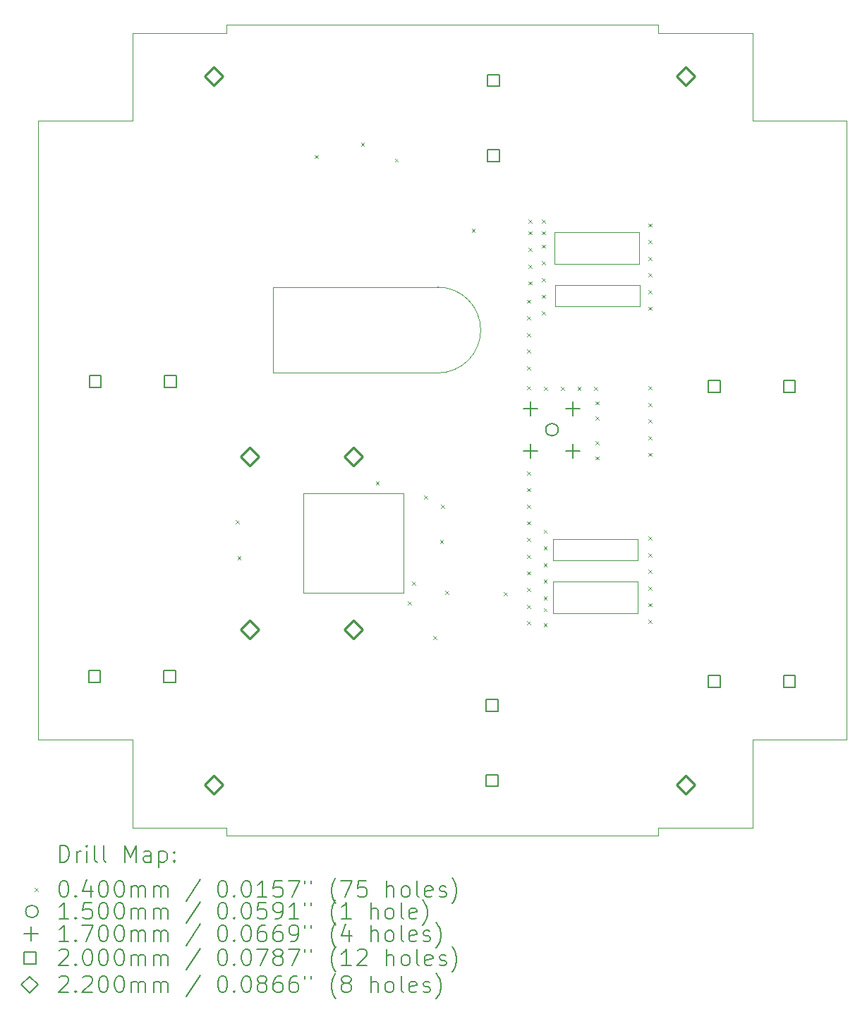
<source format=gbr>
%TF.GenerationSoftware,KiCad,Pcbnew,7.0.10*%
%TF.CreationDate,2024-05-04T16:42:47-07:00*%
%TF.ProjectId,Z_Panels,5a5f5061-6e65-46c7-932e-6b696361645f,rev?*%
%TF.SameCoordinates,Original*%
%TF.FileFunction,Drillmap*%
%TF.FilePolarity,Positive*%
%FSLAX45Y45*%
G04 Gerber Fmt 4.5, Leading zero omitted, Abs format (unit mm)*
G04 Created by KiCad (PCBNEW 7.0.10) date 2024-05-04 16:42:47*
%MOMM*%
%LPD*%
G01*
G04 APERTURE LIST*
%ADD10C,0.050000*%
%ADD11C,0.100000*%
%ADD12C,0.200000*%
%ADD13C,0.150000*%
%ADD14C,0.170000*%
%ADD15C,0.220000*%
G04 APERTURE END LIST*
D10*
X21985800Y-4080680D02*
X20858400Y-4080680D01*
X20858400Y-3980680D02*
X20858400Y-4080680D01*
X20858400Y-3980680D02*
X15671200Y-3980680D01*
X21985600Y-13613560D02*
X21985600Y-12562000D01*
D11*
X18209799Y-8159662D02*
G75*
G03*
X18209799Y-7129662I205J515000D01*
G01*
D10*
X15671200Y-4080680D02*
X14543800Y-4080680D01*
X14543800Y-5132240D02*
X13416400Y-5132240D01*
X19614904Y-7102400D02*
X19614904Y-7356400D01*
X21985800Y-5132240D02*
X21985800Y-4080680D01*
X20610904Y-10154400D02*
X20610904Y-10408400D01*
X20610904Y-10408400D02*
X19594904Y-10408400D01*
X20610400Y-10662400D02*
X19594400Y-10662400D01*
X20630400Y-6848400D02*
X20630400Y-6467400D01*
X19614400Y-6467400D02*
X19614400Y-6848400D01*
X19594904Y-10154400D02*
X20610904Y-10154400D01*
X23113000Y-12562000D02*
X21985600Y-12562000D01*
D11*
X16232299Y-8159662D02*
X18209799Y-8159662D01*
D10*
X14543600Y-12562000D02*
X13416200Y-12562000D01*
X20630904Y-7356400D02*
X20630904Y-7102400D01*
X14543800Y-5132240D02*
X14543800Y-4080680D01*
X19594400Y-11043400D02*
X20610400Y-11043400D01*
X20630400Y-6467400D02*
X19614400Y-6467400D01*
X15671000Y-13713560D02*
X15671000Y-13613560D01*
X13416400Y-5132240D02*
X13416200Y-12562000D01*
X15671000Y-13613560D02*
X14543600Y-13613560D01*
X21985600Y-13613560D02*
X20858200Y-13613560D01*
X19594400Y-10662400D02*
X19594400Y-11043400D01*
D11*
X16232299Y-7129662D02*
X18209799Y-7129662D01*
X16232299Y-7129662D02*
X16232299Y-8159662D01*
D10*
X20858200Y-13713560D02*
X15671000Y-13713560D01*
X23113000Y-12562000D02*
X23113200Y-5132240D01*
X19594904Y-10408400D02*
X19594904Y-10154400D01*
X23113200Y-5132240D02*
X21985800Y-5132240D01*
X15671200Y-4080680D02*
X15671200Y-3980680D01*
X20630904Y-7102400D02*
X19614904Y-7102400D01*
X19614400Y-6848400D02*
X20630400Y-6848400D01*
X20858200Y-13613560D02*
X20858200Y-13713560D01*
X19614904Y-7356400D02*
X20630904Y-7356400D01*
X14543600Y-13613560D02*
X14543600Y-12562000D01*
X20610400Y-11043400D02*
X20610400Y-10662400D01*
D11*
X16600000Y-9605000D02*
X17800000Y-9605000D01*
X17800000Y-10795000D01*
X16600000Y-10795000D01*
X16600000Y-9605000D01*
D12*
D11*
X15785000Y-9925000D02*
X15825000Y-9965000D01*
X15825000Y-9925000D02*
X15785000Y-9965000D01*
X15805000Y-10360000D02*
X15845000Y-10400000D01*
X15845000Y-10360000D02*
X15805000Y-10400000D01*
X16732500Y-5545000D02*
X16772500Y-5585000D01*
X16772500Y-5545000D02*
X16732500Y-5585000D01*
X17287500Y-5395000D02*
X17327500Y-5435000D01*
X17327500Y-5395000D02*
X17287500Y-5435000D01*
X17465000Y-9460000D02*
X17505000Y-9500000D01*
X17505000Y-9460000D02*
X17465000Y-9500000D01*
X17695000Y-5587500D02*
X17735000Y-5627500D01*
X17735000Y-5587500D02*
X17695000Y-5627500D01*
X17850000Y-10897500D02*
X17890000Y-10937500D01*
X17890000Y-10897500D02*
X17850000Y-10937500D01*
X17902500Y-10660000D02*
X17942500Y-10700000D01*
X17942500Y-10660000D02*
X17902500Y-10700000D01*
X18042500Y-9627500D02*
X18082500Y-9667500D01*
X18082500Y-9627500D02*
X18042500Y-9667500D01*
X18157500Y-11312500D02*
X18197500Y-11352500D01*
X18197500Y-11312500D02*
X18157500Y-11352500D01*
X18235000Y-10161000D02*
X18275000Y-10201000D01*
X18275000Y-10161000D02*
X18235000Y-10201000D01*
X18250000Y-9742500D02*
X18290000Y-9782500D01*
X18290000Y-9742500D02*
X18250000Y-9782500D01*
X18297500Y-10770000D02*
X18337500Y-10810000D01*
X18337500Y-10770000D02*
X18297500Y-10810000D01*
X18617500Y-6432500D02*
X18657500Y-6472500D01*
X18657500Y-6432500D02*
X18617500Y-6472500D01*
X19005000Y-10790000D02*
X19045000Y-10830000D01*
X19045000Y-10790000D02*
X19005000Y-10830000D01*
X19280000Y-7280000D02*
X19320000Y-7320000D01*
X19320000Y-7280000D02*
X19280000Y-7320000D01*
X19280000Y-7480000D02*
X19320000Y-7520000D01*
X19320000Y-7480000D02*
X19280000Y-7520000D01*
X19280000Y-7680000D02*
X19320000Y-7720000D01*
X19320000Y-7680000D02*
X19280000Y-7720000D01*
X19280000Y-7880000D02*
X19320000Y-7920000D01*
X19320000Y-7880000D02*
X19280000Y-7920000D01*
X19280000Y-8080000D02*
X19320000Y-8120000D01*
X19320000Y-8080000D02*
X19280000Y-8120000D01*
X19280000Y-8320000D02*
X19320000Y-8360000D01*
X19320000Y-8320000D02*
X19280000Y-8360000D01*
X19280000Y-9340000D02*
X19320000Y-9380000D01*
X19320000Y-9340000D02*
X19280000Y-9380000D01*
X19280000Y-9540000D02*
X19320000Y-9580000D01*
X19320000Y-9540000D02*
X19280000Y-9580000D01*
X19280000Y-9740000D02*
X19320000Y-9780000D01*
X19320000Y-9740000D02*
X19280000Y-9780000D01*
X19280000Y-9940000D02*
X19320000Y-9980000D01*
X19320000Y-9940000D02*
X19280000Y-9980000D01*
X19280000Y-10140000D02*
X19320000Y-10180000D01*
X19320000Y-10140000D02*
X19280000Y-10180000D01*
X19280000Y-10340000D02*
X19320000Y-10380000D01*
X19320000Y-10340000D02*
X19280000Y-10380000D01*
X19280000Y-10540000D02*
X19320000Y-10580000D01*
X19320000Y-10540000D02*
X19280000Y-10580000D01*
X19280000Y-10740000D02*
X19320000Y-10780000D01*
X19320000Y-10740000D02*
X19280000Y-10780000D01*
X19280000Y-10940000D02*
X19320000Y-10980000D01*
X19320000Y-10940000D02*
X19280000Y-10980000D01*
X19280000Y-11140000D02*
X19320000Y-11180000D01*
X19320000Y-11140000D02*
X19280000Y-11180000D01*
X19300000Y-6320000D02*
X19340000Y-6360000D01*
X19340000Y-6320000D02*
X19300000Y-6360000D01*
X19300000Y-6460000D02*
X19340000Y-6500000D01*
X19340000Y-6460000D02*
X19300000Y-6500000D01*
X19300000Y-6660000D02*
X19340000Y-6700000D01*
X19340000Y-6660000D02*
X19300000Y-6700000D01*
X19300000Y-6860000D02*
X19340000Y-6900000D01*
X19340000Y-6860000D02*
X19300000Y-6900000D01*
X19300000Y-7060000D02*
X19340000Y-7100000D01*
X19340000Y-7060000D02*
X19300000Y-7100000D01*
X19460000Y-6320000D02*
X19500000Y-6360000D01*
X19500000Y-6320000D02*
X19460000Y-6360000D01*
X19460000Y-6460000D02*
X19500000Y-6500000D01*
X19500000Y-6460000D02*
X19460000Y-6500000D01*
X19460000Y-6620000D02*
X19500000Y-6660000D01*
X19500000Y-6620000D02*
X19460000Y-6660000D01*
X19460000Y-6820000D02*
X19500000Y-6860000D01*
X19500000Y-6820000D02*
X19460000Y-6860000D01*
X19460000Y-7020000D02*
X19500000Y-7060000D01*
X19500000Y-7020000D02*
X19460000Y-7060000D01*
X19460000Y-7220000D02*
X19500000Y-7260000D01*
X19500000Y-7220000D02*
X19460000Y-7260000D01*
X19460000Y-7420000D02*
X19500000Y-7460000D01*
X19500000Y-7420000D02*
X19460000Y-7460000D01*
X19480000Y-10040000D02*
X19520000Y-10080000D01*
X19520000Y-10040000D02*
X19480000Y-10080000D01*
X19480000Y-10240000D02*
X19520000Y-10280000D01*
X19520000Y-10240000D02*
X19480000Y-10280000D01*
X19480000Y-10440000D02*
X19520000Y-10480000D01*
X19520000Y-10440000D02*
X19480000Y-10480000D01*
X19480000Y-10640000D02*
X19520000Y-10680000D01*
X19520000Y-10640000D02*
X19480000Y-10680000D01*
X19480000Y-10840000D02*
X19520000Y-10880000D01*
X19520000Y-10840000D02*
X19480000Y-10880000D01*
X19480000Y-10980000D02*
X19520000Y-11020000D01*
X19520000Y-10980000D02*
X19480000Y-11020000D01*
X19480000Y-11160000D02*
X19520000Y-11200000D01*
X19520000Y-11160000D02*
X19480000Y-11200000D01*
X19487400Y-8327600D02*
X19527400Y-8367600D01*
X19527400Y-8327600D02*
X19487400Y-8367600D01*
X19687400Y-8327600D02*
X19727400Y-8367600D01*
X19727400Y-8327600D02*
X19687400Y-8367600D01*
X19887400Y-8327600D02*
X19927400Y-8367600D01*
X19927400Y-8327600D02*
X19887400Y-8367600D01*
X20087400Y-8327600D02*
X20127400Y-8367600D01*
X20127400Y-8327600D02*
X20087400Y-8367600D01*
X20100000Y-8500000D02*
X20140000Y-8540000D01*
X20140000Y-8500000D02*
X20100000Y-8540000D01*
X20100000Y-8680000D02*
X20140000Y-8720000D01*
X20140000Y-8680000D02*
X20100000Y-8720000D01*
X20100000Y-8980000D02*
X20140000Y-9020000D01*
X20140000Y-8980000D02*
X20100000Y-9020000D01*
X20100000Y-9160000D02*
X20140000Y-9200000D01*
X20140000Y-9160000D02*
X20100000Y-9200000D01*
X20735200Y-6365600D02*
X20775200Y-6405600D01*
X20775200Y-6365600D02*
X20735200Y-6405600D01*
X20735200Y-6565600D02*
X20775200Y-6605600D01*
X20775200Y-6565600D02*
X20735200Y-6605600D01*
X20735200Y-6765600D02*
X20775200Y-6805600D01*
X20775200Y-6765600D02*
X20735200Y-6805600D01*
X20735200Y-6965600D02*
X20775200Y-7005600D01*
X20775200Y-6965600D02*
X20735200Y-7005600D01*
X20735200Y-7165600D02*
X20775200Y-7205600D01*
X20775200Y-7165600D02*
X20735200Y-7205600D01*
X20735200Y-7365600D02*
X20775200Y-7405600D01*
X20775200Y-7365600D02*
X20735200Y-7405600D01*
X20735200Y-8318200D02*
X20775200Y-8358200D01*
X20775200Y-8318200D02*
X20735200Y-8358200D01*
X20735200Y-8518200D02*
X20775200Y-8558200D01*
X20775200Y-8518200D02*
X20735200Y-8558200D01*
X20735200Y-8718200D02*
X20775200Y-8758200D01*
X20775200Y-8718200D02*
X20735200Y-8758200D01*
X20735200Y-8918200D02*
X20775200Y-8958200D01*
X20775200Y-8918200D02*
X20735200Y-8958200D01*
X20735200Y-9118200D02*
X20775200Y-9158200D01*
X20775200Y-9118200D02*
X20735200Y-9158200D01*
X20735200Y-10121600D02*
X20775200Y-10161600D01*
X20775200Y-10121600D02*
X20735200Y-10161600D01*
X20735200Y-10321600D02*
X20775200Y-10361600D01*
X20775200Y-10321600D02*
X20735200Y-10361600D01*
X20735200Y-10521600D02*
X20775200Y-10561600D01*
X20775200Y-10521600D02*
X20735200Y-10561600D01*
X20735200Y-10721600D02*
X20775200Y-10761600D01*
X20775200Y-10721600D02*
X20735200Y-10761600D01*
X20735200Y-10921600D02*
X20775200Y-10961600D01*
X20775200Y-10921600D02*
X20735200Y-10961600D01*
X20735200Y-11121600D02*
X20775200Y-11161600D01*
X20775200Y-11121600D02*
X20735200Y-11161600D01*
D13*
X19655000Y-8840000D02*
G75*
G03*
X19505000Y-8840000I-75000J0D01*
G01*
X19505000Y-8840000D02*
G75*
G03*
X19655000Y-8840000I75000J0D01*
G01*
D14*
X19326000Y-8501000D02*
X19326000Y-8671000D01*
X19241000Y-8586000D02*
X19411000Y-8586000D01*
X19326000Y-9009000D02*
X19326000Y-9179000D01*
X19241000Y-9094000D02*
X19411000Y-9094000D01*
X19834000Y-8501000D02*
X19834000Y-8671000D01*
X19749000Y-8586000D02*
X19919000Y-8586000D01*
X19834000Y-9009000D02*
X19834000Y-9179000D01*
X19749000Y-9094000D02*
X19919000Y-9094000D01*
D12*
X14160711Y-11870711D02*
X14160711Y-11729289D01*
X14019289Y-11729289D01*
X14019289Y-11870711D01*
X14160711Y-11870711D01*
X14170711Y-8330711D02*
X14170711Y-8189289D01*
X14029289Y-8189289D01*
X14029289Y-8330711D01*
X14170711Y-8330711D01*
X15060711Y-11870711D02*
X15060711Y-11729289D01*
X14919289Y-11729289D01*
X14919289Y-11870711D01*
X15060711Y-11870711D01*
X15070711Y-8330711D02*
X15070711Y-8189289D01*
X14929289Y-8189289D01*
X14929289Y-8330711D01*
X15070711Y-8330711D01*
X18930711Y-12220711D02*
X18930711Y-12079289D01*
X18789289Y-12079289D01*
X18789289Y-12220711D01*
X18930711Y-12220711D01*
X18930711Y-13120711D02*
X18930711Y-12979289D01*
X18789289Y-12979289D01*
X18789289Y-13120711D01*
X18930711Y-13120711D01*
X18950711Y-4720711D02*
X18950711Y-4579289D01*
X18809289Y-4579289D01*
X18809289Y-4720711D01*
X18950711Y-4720711D01*
X18950711Y-5620711D02*
X18950711Y-5479289D01*
X18809289Y-5479289D01*
X18809289Y-5620711D01*
X18950711Y-5620711D01*
X21600711Y-8390711D02*
X21600711Y-8249289D01*
X21459289Y-8249289D01*
X21459289Y-8390711D01*
X21600711Y-8390711D01*
X21600711Y-11930711D02*
X21600711Y-11789289D01*
X21459289Y-11789289D01*
X21459289Y-11930711D01*
X21600711Y-11930711D01*
X22500711Y-8390711D02*
X22500711Y-8249289D01*
X22359289Y-8249289D01*
X22359289Y-8390711D01*
X22500711Y-8390711D01*
X22500711Y-11930711D02*
X22500711Y-11789289D01*
X22359289Y-11789289D01*
X22359289Y-11930711D01*
X22500711Y-11930711D01*
D15*
X15518200Y-4706560D02*
X15628200Y-4596560D01*
X15518200Y-4486560D01*
X15408200Y-4596560D01*
X15518200Y-4706560D01*
X15518200Y-13206560D02*
X15628200Y-13096560D01*
X15518200Y-12986560D01*
X15408200Y-13096560D01*
X15518200Y-13206560D01*
X15950000Y-9270000D02*
X16060000Y-9160000D01*
X15950000Y-9050000D01*
X15840000Y-9160000D01*
X15950000Y-9270000D01*
X15950000Y-11350000D02*
X16060000Y-11240000D01*
X15950000Y-11130000D01*
X15840000Y-11240000D01*
X15950000Y-11350000D01*
X17200000Y-9270000D02*
X17310000Y-9160000D01*
X17200000Y-9050000D01*
X17090000Y-9160000D01*
X17200000Y-9270000D01*
X17200000Y-11350000D02*
X17310000Y-11240000D01*
X17200000Y-11130000D01*
X17090000Y-11240000D01*
X17200000Y-11350000D01*
X21185600Y-4706560D02*
X21295600Y-4596560D01*
X21185600Y-4486560D01*
X21075600Y-4596560D01*
X21185600Y-4706560D01*
X21185600Y-13206560D02*
X21295600Y-13096560D01*
X21185600Y-12986560D01*
X21075600Y-13096560D01*
X21185600Y-13206560D01*
D12*
X13674477Y-14027544D02*
X13674477Y-13827544D01*
X13674477Y-13827544D02*
X13722096Y-13827544D01*
X13722096Y-13827544D02*
X13750667Y-13837068D01*
X13750667Y-13837068D02*
X13769715Y-13856115D01*
X13769715Y-13856115D02*
X13779239Y-13875163D01*
X13779239Y-13875163D02*
X13788762Y-13913258D01*
X13788762Y-13913258D02*
X13788762Y-13941829D01*
X13788762Y-13941829D02*
X13779239Y-13979925D01*
X13779239Y-13979925D02*
X13769715Y-13998972D01*
X13769715Y-13998972D02*
X13750667Y-14018020D01*
X13750667Y-14018020D02*
X13722096Y-14027544D01*
X13722096Y-14027544D02*
X13674477Y-14027544D01*
X13874477Y-14027544D02*
X13874477Y-13894210D01*
X13874477Y-13932306D02*
X13884001Y-13913258D01*
X13884001Y-13913258D02*
X13893524Y-13903734D01*
X13893524Y-13903734D02*
X13912572Y-13894210D01*
X13912572Y-13894210D02*
X13931620Y-13894210D01*
X13998286Y-14027544D02*
X13998286Y-13894210D01*
X13998286Y-13827544D02*
X13988762Y-13837068D01*
X13988762Y-13837068D02*
X13998286Y-13846591D01*
X13998286Y-13846591D02*
X14007810Y-13837068D01*
X14007810Y-13837068D02*
X13998286Y-13827544D01*
X13998286Y-13827544D02*
X13998286Y-13846591D01*
X14122096Y-14027544D02*
X14103048Y-14018020D01*
X14103048Y-14018020D02*
X14093524Y-13998972D01*
X14093524Y-13998972D02*
X14093524Y-13827544D01*
X14226858Y-14027544D02*
X14207810Y-14018020D01*
X14207810Y-14018020D02*
X14198286Y-13998972D01*
X14198286Y-13998972D02*
X14198286Y-13827544D01*
X14455429Y-14027544D02*
X14455429Y-13827544D01*
X14455429Y-13827544D02*
X14522096Y-13970401D01*
X14522096Y-13970401D02*
X14588762Y-13827544D01*
X14588762Y-13827544D02*
X14588762Y-14027544D01*
X14769715Y-14027544D02*
X14769715Y-13922782D01*
X14769715Y-13922782D02*
X14760191Y-13903734D01*
X14760191Y-13903734D02*
X14741143Y-13894210D01*
X14741143Y-13894210D02*
X14703048Y-13894210D01*
X14703048Y-13894210D02*
X14684001Y-13903734D01*
X14769715Y-14018020D02*
X14750667Y-14027544D01*
X14750667Y-14027544D02*
X14703048Y-14027544D01*
X14703048Y-14027544D02*
X14684001Y-14018020D01*
X14684001Y-14018020D02*
X14674477Y-13998972D01*
X14674477Y-13998972D02*
X14674477Y-13979925D01*
X14674477Y-13979925D02*
X14684001Y-13960877D01*
X14684001Y-13960877D02*
X14703048Y-13951353D01*
X14703048Y-13951353D02*
X14750667Y-13951353D01*
X14750667Y-13951353D02*
X14769715Y-13941829D01*
X14864953Y-13894210D02*
X14864953Y-14094210D01*
X14864953Y-13903734D02*
X14884001Y-13894210D01*
X14884001Y-13894210D02*
X14922096Y-13894210D01*
X14922096Y-13894210D02*
X14941143Y-13903734D01*
X14941143Y-13903734D02*
X14950667Y-13913258D01*
X14950667Y-13913258D02*
X14960191Y-13932306D01*
X14960191Y-13932306D02*
X14960191Y-13989448D01*
X14960191Y-13989448D02*
X14950667Y-14008496D01*
X14950667Y-14008496D02*
X14941143Y-14018020D01*
X14941143Y-14018020D02*
X14922096Y-14027544D01*
X14922096Y-14027544D02*
X14884001Y-14027544D01*
X14884001Y-14027544D02*
X14864953Y-14018020D01*
X15045905Y-14008496D02*
X15055429Y-14018020D01*
X15055429Y-14018020D02*
X15045905Y-14027544D01*
X15045905Y-14027544D02*
X15036382Y-14018020D01*
X15036382Y-14018020D02*
X15045905Y-14008496D01*
X15045905Y-14008496D02*
X15045905Y-14027544D01*
X15045905Y-13903734D02*
X15055429Y-13913258D01*
X15055429Y-13913258D02*
X15045905Y-13922782D01*
X15045905Y-13922782D02*
X15036382Y-13913258D01*
X15036382Y-13913258D02*
X15045905Y-13903734D01*
X15045905Y-13903734D02*
X15045905Y-13922782D01*
D11*
X13373700Y-14336060D02*
X13413700Y-14376060D01*
X13413700Y-14336060D02*
X13373700Y-14376060D01*
D12*
X13712572Y-14247544D02*
X13731620Y-14247544D01*
X13731620Y-14247544D02*
X13750667Y-14257068D01*
X13750667Y-14257068D02*
X13760191Y-14266591D01*
X13760191Y-14266591D02*
X13769715Y-14285639D01*
X13769715Y-14285639D02*
X13779239Y-14323734D01*
X13779239Y-14323734D02*
X13779239Y-14371353D01*
X13779239Y-14371353D02*
X13769715Y-14409448D01*
X13769715Y-14409448D02*
X13760191Y-14428496D01*
X13760191Y-14428496D02*
X13750667Y-14438020D01*
X13750667Y-14438020D02*
X13731620Y-14447544D01*
X13731620Y-14447544D02*
X13712572Y-14447544D01*
X13712572Y-14447544D02*
X13693524Y-14438020D01*
X13693524Y-14438020D02*
X13684001Y-14428496D01*
X13684001Y-14428496D02*
X13674477Y-14409448D01*
X13674477Y-14409448D02*
X13664953Y-14371353D01*
X13664953Y-14371353D02*
X13664953Y-14323734D01*
X13664953Y-14323734D02*
X13674477Y-14285639D01*
X13674477Y-14285639D02*
X13684001Y-14266591D01*
X13684001Y-14266591D02*
X13693524Y-14257068D01*
X13693524Y-14257068D02*
X13712572Y-14247544D01*
X13864953Y-14428496D02*
X13874477Y-14438020D01*
X13874477Y-14438020D02*
X13864953Y-14447544D01*
X13864953Y-14447544D02*
X13855429Y-14438020D01*
X13855429Y-14438020D02*
X13864953Y-14428496D01*
X13864953Y-14428496D02*
X13864953Y-14447544D01*
X14045905Y-14314210D02*
X14045905Y-14447544D01*
X13998286Y-14238020D02*
X13950667Y-14380877D01*
X13950667Y-14380877D02*
X14074477Y-14380877D01*
X14188762Y-14247544D02*
X14207810Y-14247544D01*
X14207810Y-14247544D02*
X14226858Y-14257068D01*
X14226858Y-14257068D02*
X14236382Y-14266591D01*
X14236382Y-14266591D02*
X14245905Y-14285639D01*
X14245905Y-14285639D02*
X14255429Y-14323734D01*
X14255429Y-14323734D02*
X14255429Y-14371353D01*
X14255429Y-14371353D02*
X14245905Y-14409448D01*
X14245905Y-14409448D02*
X14236382Y-14428496D01*
X14236382Y-14428496D02*
X14226858Y-14438020D01*
X14226858Y-14438020D02*
X14207810Y-14447544D01*
X14207810Y-14447544D02*
X14188762Y-14447544D01*
X14188762Y-14447544D02*
X14169715Y-14438020D01*
X14169715Y-14438020D02*
X14160191Y-14428496D01*
X14160191Y-14428496D02*
X14150667Y-14409448D01*
X14150667Y-14409448D02*
X14141143Y-14371353D01*
X14141143Y-14371353D02*
X14141143Y-14323734D01*
X14141143Y-14323734D02*
X14150667Y-14285639D01*
X14150667Y-14285639D02*
X14160191Y-14266591D01*
X14160191Y-14266591D02*
X14169715Y-14257068D01*
X14169715Y-14257068D02*
X14188762Y-14247544D01*
X14379239Y-14247544D02*
X14398286Y-14247544D01*
X14398286Y-14247544D02*
X14417334Y-14257068D01*
X14417334Y-14257068D02*
X14426858Y-14266591D01*
X14426858Y-14266591D02*
X14436382Y-14285639D01*
X14436382Y-14285639D02*
X14445905Y-14323734D01*
X14445905Y-14323734D02*
X14445905Y-14371353D01*
X14445905Y-14371353D02*
X14436382Y-14409448D01*
X14436382Y-14409448D02*
X14426858Y-14428496D01*
X14426858Y-14428496D02*
X14417334Y-14438020D01*
X14417334Y-14438020D02*
X14398286Y-14447544D01*
X14398286Y-14447544D02*
X14379239Y-14447544D01*
X14379239Y-14447544D02*
X14360191Y-14438020D01*
X14360191Y-14438020D02*
X14350667Y-14428496D01*
X14350667Y-14428496D02*
X14341143Y-14409448D01*
X14341143Y-14409448D02*
X14331620Y-14371353D01*
X14331620Y-14371353D02*
X14331620Y-14323734D01*
X14331620Y-14323734D02*
X14341143Y-14285639D01*
X14341143Y-14285639D02*
X14350667Y-14266591D01*
X14350667Y-14266591D02*
X14360191Y-14257068D01*
X14360191Y-14257068D02*
X14379239Y-14247544D01*
X14531620Y-14447544D02*
X14531620Y-14314210D01*
X14531620Y-14333258D02*
X14541143Y-14323734D01*
X14541143Y-14323734D02*
X14560191Y-14314210D01*
X14560191Y-14314210D02*
X14588763Y-14314210D01*
X14588763Y-14314210D02*
X14607810Y-14323734D01*
X14607810Y-14323734D02*
X14617334Y-14342782D01*
X14617334Y-14342782D02*
X14617334Y-14447544D01*
X14617334Y-14342782D02*
X14626858Y-14323734D01*
X14626858Y-14323734D02*
X14645905Y-14314210D01*
X14645905Y-14314210D02*
X14674477Y-14314210D01*
X14674477Y-14314210D02*
X14693524Y-14323734D01*
X14693524Y-14323734D02*
X14703048Y-14342782D01*
X14703048Y-14342782D02*
X14703048Y-14447544D01*
X14798286Y-14447544D02*
X14798286Y-14314210D01*
X14798286Y-14333258D02*
X14807810Y-14323734D01*
X14807810Y-14323734D02*
X14826858Y-14314210D01*
X14826858Y-14314210D02*
X14855429Y-14314210D01*
X14855429Y-14314210D02*
X14874477Y-14323734D01*
X14874477Y-14323734D02*
X14884001Y-14342782D01*
X14884001Y-14342782D02*
X14884001Y-14447544D01*
X14884001Y-14342782D02*
X14893524Y-14323734D01*
X14893524Y-14323734D02*
X14912572Y-14314210D01*
X14912572Y-14314210D02*
X14941143Y-14314210D01*
X14941143Y-14314210D02*
X14960191Y-14323734D01*
X14960191Y-14323734D02*
X14969715Y-14342782D01*
X14969715Y-14342782D02*
X14969715Y-14447544D01*
X15360191Y-14238020D02*
X15188763Y-14495163D01*
X15617334Y-14247544D02*
X15636382Y-14247544D01*
X15636382Y-14247544D02*
X15655429Y-14257068D01*
X15655429Y-14257068D02*
X15664953Y-14266591D01*
X15664953Y-14266591D02*
X15674477Y-14285639D01*
X15674477Y-14285639D02*
X15684001Y-14323734D01*
X15684001Y-14323734D02*
X15684001Y-14371353D01*
X15684001Y-14371353D02*
X15674477Y-14409448D01*
X15674477Y-14409448D02*
X15664953Y-14428496D01*
X15664953Y-14428496D02*
X15655429Y-14438020D01*
X15655429Y-14438020D02*
X15636382Y-14447544D01*
X15636382Y-14447544D02*
X15617334Y-14447544D01*
X15617334Y-14447544D02*
X15598286Y-14438020D01*
X15598286Y-14438020D02*
X15588763Y-14428496D01*
X15588763Y-14428496D02*
X15579239Y-14409448D01*
X15579239Y-14409448D02*
X15569715Y-14371353D01*
X15569715Y-14371353D02*
X15569715Y-14323734D01*
X15569715Y-14323734D02*
X15579239Y-14285639D01*
X15579239Y-14285639D02*
X15588763Y-14266591D01*
X15588763Y-14266591D02*
X15598286Y-14257068D01*
X15598286Y-14257068D02*
X15617334Y-14247544D01*
X15769715Y-14428496D02*
X15779239Y-14438020D01*
X15779239Y-14438020D02*
X15769715Y-14447544D01*
X15769715Y-14447544D02*
X15760191Y-14438020D01*
X15760191Y-14438020D02*
X15769715Y-14428496D01*
X15769715Y-14428496D02*
X15769715Y-14447544D01*
X15903048Y-14247544D02*
X15922096Y-14247544D01*
X15922096Y-14247544D02*
X15941144Y-14257068D01*
X15941144Y-14257068D02*
X15950667Y-14266591D01*
X15950667Y-14266591D02*
X15960191Y-14285639D01*
X15960191Y-14285639D02*
X15969715Y-14323734D01*
X15969715Y-14323734D02*
X15969715Y-14371353D01*
X15969715Y-14371353D02*
X15960191Y-14409448D01*
X15960191Y-14409448D02*
X15950667Y-14428496D01*
X15950667Y-14428496D02*
X15941144Y-14438020D01*
X15941144Y-14438020D02*
X15922096Y-14447544D01*
X15922096Y-14447544D02*
X15903048Y-14447544D01*
X15903048Y-14447544D02*
X15884001Y-14438020D01*
X15884001Y-14438020D02*
X15874477Y-14428496D01*
X15874477Y-14428496D02*
X15864953Y-14409448D01*
X15864953Y-14409448D02*
X15855429Y-14371353D01*
X15855429Y-14371353D02*
X15855429Y-14323734D01*
X15855429Y-14323734D02*
X15864953Y-14285639D01*
X15864953Y-14285639D02*
X15874477Y-14266591D01*
X15874477Y-14266591D02*
X15884001Y-14257068D01*
X15884001Y-14257068D02*
X15903048Y-14247544D01*
X16160191Y-14447544D02*
X16045906Y-14447544D01*
X16103048Y-14447544D02*
X16103048Y-14247544D01*
X16103048Y-14247544D02*
X16084001Y-14276115D01*
X16084001Y-14276115D02*
X16064953Y-14295163D01*
X16064953Y-14295163D02*
X16045906Y-14304687D01*
X16341144Y-14247544D02*
X16245906Y-14247544D01*
X16245906Y-14247544D02*
X16236382Y-14342782D01*
X16236382Y-14342782D02*
X16245906Y-14333258D01*
X16245906Y-14333258D02*
X16264953Y-14323734D01*
X16264953Y-14323734D02*
X16312572Y-14323734D01*
X16312572Y-14323734D02*
X16331620Y-14333258D01*
X16331620Y-14333258D02*
X16341144Y-14342782D01*
X16341144Y-14342782D02*
X16350667Y-14361829D01*
X16350667Y-14361829D02*
X16350667Y-14409448D01*
X16350667Y-14409448D02*
X16341144Y-14428496D01*
X16341144Y-14428496D02*
X16331620Y-14438020D01*
X16331620Y-14438020D02*
X16312572Y-14447544D01*
X16312572Y-14447544D02*
X16264953Y-14447544D01*
X16264953Y-14447544D02*
X16245906Y-14438020D01*
X16245906Y-14438020D02*
X16236382Y-14428496D01*
X16417334Y-14247544D02*
X16550667Y-14247544D01*
X16550667Y-14247544D02*
X16464953Y-14447544D01*
X16617334Y-14247544D02*
X16617334Y-14285639D01*
X16693525Y-14247544D02*
X16693525Y-14285639D01*
X16988763Y-14523734D02*
X16979239Y-14514210D01*
X16979239Y-14514210D02*
X16960191Y-14485639D01*
X16960191Y-14485639D02*
X16950668Y-14466591D01*
X16950668Y-14466591D02*
X16941144Y-14438020D01*
X16941144Y-14438020D02*
X16931620Y-14390401D01*
X16931620Y-14390401D02*
X16931620Y-14352306D01*
X16931620Y-14352306D02*
X16941144Y-14304687D01*
X16941144Y-14304687D02*
X16950668Y-14276115D01*
X16950668Y-14276115D02*
X16960191Y-14257068D01*
X16960191Y-14257068D02*
X16979239Y-14228496D01*
X16979239Y-14228496D02*
X16988763Y-14218972D01*
X17045906Y-14247544D02*
X17179239Y-14247544D01*
X17179239Y-14247544D02*
X17093525Y-14447544D01*
X17350668Y-14247544D02*
X17255430Y-14247544D01*
X17255430Y-14247544D02*
X17245906Y-14342782D01*
X17245906Y-14342782D02*
X17255430Y-14333258D01*
X17255430Y-14333258D02*
X17274477Y-14323734D01*
X17274477Y-14323734D02*
X17322096Y-14323734D01*
X17322096Y-14323734D02*
X17341144Y-14333258D01*
X17341144Y-14333258D02*
X17350668Y-14342782D01*
X17350668Y-14342782D02*
X17360191Y-14361829D01*
X17360191Y-14361829D02*
X17360191Y-14409448D01*
X17360191Y-14409448D02*
X17350668Y-14428496D01*
X17350668Y-14428496D02*
X17341144Y-14438020D01*
X17341144Y-14438020D02*
X17322096Y-14447544D01*
X17322096Y-14447544D02*
X17274477Y-14447544D01*
X17274477Y-14447544D02*
X17255430Y-14438020D01*
X17255430Y-14438020D02*
X17245906Y-14428496D01*
X17598287Y-14447544D02*
X17598287Y-14247544D01*
X17684001Y-14447544D02*
X17684001Y-14342782D01*
X17684001Y-14342782D02*
X17674477Y-14323734D01*
X17674477Y-14323734D02*
X17655430Y-14314210D01*
X17655430Y-14314210D02*
X17626858Y-14314210D01*
X17626858Y-14314210D02*
X17607811Y-14323734D01*
X17607811Y-14323734D02*
X17598287Y-14333258D01*
X17807811Y-14447544D02*
X17788763Y-14438020D01*
X17788763Y-14438020D02*
X17779239Y-14428496D01*
X17779239Y-14428496D02*
X17769715Y-14409448D01*
X17769715Y-14409448D02*
X17769715Y-14352306D01*
X17769715Y-14352306D02*
X17779239Y-14333258D01*
X17779239Y-14333258D02*
X17788763Y-14323734D01*
X17788763Y-14323734D02*
X17807811Y-14314210D01*
X17807811Y-14314210D02*
X17836382Y-14314210D01*
X17836382Y-14314210D02*
X17855430Y-14323734D01*
X17855430Y-14323734D02*
X17864953Y-14333258D01*
X17864953Y-14333258D02*
X17874477Y-14352306D01*
X17874477Y-14352306D02*
X17874477Y-14409448D01*
X17874477Y-14409448D02*
X17864953Y-14428496D01*
X17864953Y-14428496D02*
X17855430Y-14438020D01*
X17855430Y-14438020D02*
X17836382Y-14447544D01*
X17836382Y-14447544D02*
X17807811Y-14447544D01*
X17988763Y-14447544D02*
X17969715Y-14438020D01*
X17969715Y-14438020D02*
X17960192Y-14418972D01*
X17960192Y-14418972D02*
X17960192Y-14247544D01*
X18141144Y-14438020D02*
X18122096Y-14447544D01*
X18122096Y-14447544D02*
X18084001Y-14447544D01*
X18084001Y-14447544D02*
X18064953Y-14438020D01*
X18064953Y-14438020D02*
X18055430Y-14418972D01*
X18055430Y-14418972D02*
X18055430Y-14342782D01*
X18055430Y-14342782D02*
X18064953Y-14323734D01*
X18064953Y-14323734D02*
X18084001Y-14314210D01*
X18084001Y-14314210D02*
X18122096Y-14314210D01*
X18122096Y-14314210D02*
X18141144Y-14323734D01*
X18141144Y-14323734D02*
X18150668Y-14342782D01*
X18150668Y-14342782D02*
X18150668Y-14361829D01*
X18150668Y-14361829D02*
X18055430Y-14380877D01*
X18226858Y-14438020D02*
X18245906Y-14447544D01*
X18245906Y-14447544D02*
X18284001Y-14447544D01*
X18284001Y-14447544D02*
X18303049Y-14438020D01*
X18303049Y-14438020D02*
X18312573Y-14418972D01*
X18312573Y-14418972D02*
X18312573Y-14409448D01*
X18312573Y-14409448D02*
X18303049Y-14390401D01*
X18303049Y-14390401D02*
X18284001Y-14380877D01*
X18284001Y-14380877D02*
X18255430Y-14380877D01*
X18255430Y-14380877D02*
X18236382Y-14371353D01*
X18236382Y-14371353D02*
X18226858Y-14352306D01*
X18226858Y-14352306D02*
X18226858Y-14342782D01*
X18226858Y-14342782D02*
X18236382Y-14323734D01*
X18236382Y-14323734D02*
X18255430Y-14314210D01*
X18255430Y-14314210D02*
X18284001Y-14314210D01*
X18284001Y-14314210D02*
X18303049Y-14323734D01*
X18379239Y-14523734D02*
X18388763Y-14514210D01*
X18388763Y-14514210D02*
X18407811Y-14485639D01*
X18407811Y-14485639D02*
X18417334Y-14466591D01*
X18417334Y-14466591D02*
X18426858Y-14438020D01*
X18426858Y-14438020D02*
X18436382Y-14390401D01*
X18436382Y-14390401D02*
X18436382Y-14352306D01*
X18436382Y-14352306D02*
X18426858Y-14304687D01*
X18426858Y-14304687D02*
X18417334Y-14276115D01*
X18417334Y-14276115D02*
X18407811Y-14257068D01*
X18407811Y-14257068D02*
X18388763Y-14228496D01*
X18388763Y-14228496D02*
X18379239Y-14218972D01*
D13*
X13413700Y-14620060D02*
G75*
G03*
X13263700Y-14620060I-75000J0D01*
G01*
X13263700Y-14620060D02*
G75*
G03*
X13413700Y-14620060I75000J0D01*
G01*
D12*
X13779239Y-14711544D02*
X13664953Y-14711544D01*
X13722096Y-14711544D02*
X13722096Y-14511544D01*
X13722096Y-14511544D02*
X13703048Y-14540115D01*
X13703048Y-14540115D02*
X13684001Y-14559163D01*
X13684001Y-14559163D02*
X13664953Y-14568687D01*
X13864953Y-14692496D02*
X13874477Y-14702020D01*
X13874477Y-14702020D02*
X13864953Y-14711544D01*
X13864953Y-14711544D02*
X13855429Y-14702020D01*
X13855429Y-14702020D02*
X13864953Y-14692496D01*
X13864953Y-14692496D02*
X13864953Y-14711544D01*
X14055429Y-14511544D02*
X13960191Y-14511544D01*
X13960191Y-14511544D02*
X13950667Y-14606782D01*
X13950667Y-14606782D02*
X13960191Y-14597258D01*
X13960191Y-14597258D02*
X13979239Y-14587734D01*
X13979239Y-14587734D02*
X14026858Y-14587734D01*
X14026858Y-14587734D02*
X14045905Y-14597258D01*
X14045905Y-14597258D02*
X14055429Y-14606782D01*
X14055429Y-14606782D02*
X14064953Y-14625829D01*
X14064953Y-14625829D02*
X14064953Y-14673448D01*
X14064953Y-14673448D02*
X14055429Y-14692496D01*
X14055429Y-14692496D02*
X14045905Y-14702020D01*
X14045905Y-14702020D02*
X14026858Y-14711544D01*
X14026858Y-14711544D02*
X13979239Y-14711544D01*
X13979239Y-14711544D02*
X13960191Y-14702020D01*
X13960191Y-14702020D02*
X13950667Y-14692496D01*
X14188762Y-14511544D02*
X14207810Y-14511544D01*
X14207810Y-14511544D02*
X14226858Y-14521068D01*
X14226858Y-14521068D02*
X14236382Y-14530591D01*
X14236382Y-14530591D02*
X14245905Y-14549639D01*
X14245905Y-14549639D02*
X14255429Y-14587734D01*
X14255429Y-14587734D02*
X14255429Y-14635353D01*
X14255429Y-14635353D02*
X14245905Y-14673448D01*
X14245905Y-14673448D02*
X14236382Y-14692496D01*
X14236382Y-14692496D02*
X14226858Y-14702020D01*
X14226858Y-14702020D02*
X14207810Y-14711544D01*
X14207810Y-14711544D02*
X14188762Y-14711544D01*
X14188762Y-14711544D02*
X14169715Y-14702020D01*
X14169715Y-14702020D02*
X14160191Y-14692496D01*
X14160191Y-14692496D02*
X14150667Y-14673448D01*
X14150667Y-14673448D02*
X14141143Y-14635353D01*
X14141143Y-14635353D02*
X14141143Y-14587734D01*
X14141143Y-14587734D02*
X14150667Y-14549639D01*
X14150667Y-14549639D02*
X14160191Y-14530591D01*
X14160191Y-14530591D02*
X14169715Y-14521068D01*
X14169715Y-14521068D02*
X14188762Y-14511544D01*
X14379239Y-14511544D02*
X14398286Y-14511544D01*
X14398286Y-14511544D02*
X14417334Y-14521068D01*
X14417334Y-14521068D02*
X14426858Y-14530591D01*
X14426858Y-14530591D02*
X14436382Y-14549639D01*
X14436382Y-14549639D02*
X14445905Y-14587734D01*
X14445905Y-14587734D02*
X14445905Y-14635353D01*
X14445905Y-14635353D02*
X14436382Y-14673448D01*
X14436382Y-14673448D02*
X14426858Y-14692496D01*
X14426858Y-14692496D02*
X14417334Y-14702020D01*
X14417334Y-14702020D02*
X14398286Y-14711544D01*
X14398286Y-14711544D02*
X14379239Y-14711544D01*
X14379239Y-14711544D02*
X14360191Y-14702020D01*
X14360191Y-14702020D02*
X14350667Y-14692496D01*
X14350667Y-14692496D02*
X14341143Y-14673448D01*
X14341143Y-14673448D02*
X14331620Y-14635353D01*
X14331620Y-14635353D02*
X14331620Y-14587734D01*
X14331620Y-14587734D02*
X14341143Y-14549639D01*
X14341143Y-14549639D02*
X14350667Y-14530591D01*
X14350667Y-14530591D02*
X14360191Y-14521068D01*
X14360191Y-14521068D02*
X14379239Y-14511544D01*
X14531620Y-14711544D02*
X14531620Y-14578210D01*
X14531620Y-14597258D02*
X14541143Y-14587734D01*
X14541143Y-14587734D02*
X14560191Y-14578210D01*
X14560191Y-14578210D02*
X14588763Y-14578210D01*
X14588763Y-14578210D02*
X14607810Y-14587734D01*
X14607810Y-14587734D02*
X14617334Y-14606782D01*
X14617334Y-14606782D02*
X14617334Y-14711544D01*
X14617334Y-14606782D02*
X14626858Y-14587734D01*
X14626858Y-14587734D02*
X14645905Y-14578210D01*
X14645905Y-14578210D02*
X14674477Y-14578210D01*
X14674477Y-14578210D02*
X14693524Y-14587734D01*
X14693524Y-14587734D02*
X14703048Y-14606782D01*
X14703048Y-14606782D02*
X14703048Y-14711544D01*
X14798286Y-14711544D02*
X14798286Y-14578210D01*
X14798286Y-14597258D02*
X14807810Y-14587734D01*
X14807810Y-14587734D02*
X14826858Y-14578210D01*
X14826858Y-14578210D02*
X14855429Y-14578210D01*
X14855429Y-14578210D02*
X14874477Y-14587734D01*
X14874477Y-14587734D02*
X14884001Y-14606782D01*
X14884001Y-14606782D02*
X14884001Y-14711544D01*
X14884001Y-14606782D02*
X14893524Y-14587734D01*
X14893524Y-14587734D02*
X14912572Y-14578210D01*
X14912572Y-14578210D02*
X14941143Y-14578210D01*
X14941143Y-14578210D02*
X14960191Y-14587734D01*
X14960191Y-14587734D02*
X14969715Y-14606782D01*
X14969715Y-14606782D02*
X14969715Y-14711544D01*
X15360191Y-14502020D02*
X15188763Y-14759163D01*
X15617334Y-14511544D02*
X15636382Y-14511544D01*
X15636382Y-14511544D02*
X15655429Y-14521068D01*
X15655429Y-14521068D02*
X15664953Y-14530591D01*
X15664953Y-14530591D02*
X15674477Y-14549639D01*
X15674477Y-14549639D02*
X15684001Y-14587734D01*
X15684001Y-14587734D02*
X15684001Y-14635353D01*
X15684001Y-14635353D02*
X15674477Y-14673448D01*
X15674477Y-14673448D02*
X15664953Y-14692496D01*
X15664953Y-14692496D02*
X15655429Y-14702020D01*
X15655429Y-14702020D02*
X15636382Y-14711544D01*
X15636382Y-14711544D02*
X15617334Y-14711544D01*
X15617334Y-14711544D02*
X15598286Y-14702020D01*
X15598286Y-14702020D02*
X15588763Y-14692496D01*
X15588763Y-14692496D02*
X15579239Y-14673448D01*
X15579239Y-14673448D02*
X15569715Y-14635353D01*
X15569715Y-14635353D02*
X15569715Y-14587734D01*
X15569715Y-14587734D02*
X15579239Y-14549639D01*
X15579239Y-14549639D02*
X15588763Y-14530591D01*
X15588763Y-14530591D02*
X15598286Y-14521068D01*
X15598286Y-14521068D02*
X15617334Y-14511544D01*
X15769715Y-14692496D02*
X15779239Y-14702020D01*
X15779239Y-14702020D02*
X15769715Y-14711544D01*
X15769715Y-14711544D02*
X15760191Y-14702020D01*
X15760191Y-14702020D02*
X15769715Y-14692496D01*
X15769715Y-14692496D02*
X15769715Y-14711544D01*
X15903048Y-14511544D02*
X15922096Y-14511544D01*
X15922096Y-14511544D02*
X15941144Y-14521068D01*
X15941144Y-14521068D02*
X15950667Y-14530591D01*
X15950667Y-14530591D02*
X15960191Y-14549639D01*
X15960191Y-14549639D02*
X15969715Y-14587734D01*
X15969715Y-14587734D02*
X15969715Y-14635353D01*
X15969715Y-14635353D02*
X15960191Y-14673448D01*
X15960191Y-14673448D02*
X15950667Y-14692496D01*
X15950667Y-14692496D02*
X15941144Y-14702020D01*
X15941144Y-14702020D02*
X15922096Y-14711544D01*
X15922096Y-14711544D02*
X15903048Y-14711544D01*
X15903048Y-14711544D02*
X15884001Y-14702020D01*
X15884001Y-14702020D02*
X15874477Y-14692496D01*
X15874477Y-14692496D02*
X15864953Y-14673448D01*
X15864953Y-14673448D02*
X15855429Y-14635353D01*
X15855429Y-14635353D02*
X15855429Y-14587734D01*
X15855429Y-14587734D02*
X15864953Y-14549639D01*
X15864953Y-14549639D02*
X15874477Y-14530591D01*
X15874477Y-14530591D02*
X15884001Y-14521068D01*
X15884001Y-14521068D02*
X15903048Y-14511544D01*
X16150667Y-14511544D02*
X16055429Y-14511544D01*
X16055429Y-14511544D02*
X16045906Y-14606782D01*
X16045906Y-14606782D02*
X16055429Y-14597258D01*
X16055429Y-14597258D02*
X16074477Y-14587734D01*
X16074477Y-14587734D02*
X16122096Y-14587734D01*
X16122096Y-14587734D02*
X16141144Y-14597258D01*
X16141144Y-14597258D02*
X16150667Y-14606782D01*
X16150667Y-14606782D02*
X16160191Y-14625829D01*
X16160191Y-14625829D02*
X16160191Y-14673448D01*
X16160191Y-14673448D02*
X16150667Y-14692496D01*
X16150667Y-14692496D02*
X16141144Y-14702020D01*
X16141144Y-14702020D02*
X16122096Y-14711544D01*
X16122096Y-14711544D02*
X16074477Y-14711544D01*
X16074477Y-14711544D02*
X16055429Y-14702020D01*
X16055429Y-14702020D02*
X16045906Y-14692496D01*
X16255429Y-14711544D02*
X16293525Y-14711544D01*
X16293525Y-14711544D02*
X16312572Y-14702020D01*
X16312572Y-14702020D02*
X16322096Y-14692496D01*
X16322096Y-14692496D02*
X16341144Y-14663925D01*
X16341144Y-14663925D02*
X16350667Y-14625829D01*
X16350667Y-14625829D02*
X16350667Y-14549639D01*
X16350667Y-14549639D02*
X16341144Y-14530591D01*
X16341144Y-14530591D02*
X16331620Y-14521068D01*
X16331620Y-14521068D02*
X16312572Y-14511544D01*
X16312572Y-14511544D02*
X16274477Y-14511544D01*
X16274477Y-14511544D02*
X16255429Y-14521068D01*
X16255429Y-14521068D02*
X16245906Y-14530591D01*
X16245906Y-14530591D02*
X16236382Y-14549639D01*
X16236382Y-14549639D02*
X16236382Y-14597258D01*
X16236382Y-14597258D02*
X16245906Y-14616306D01*
X16245906Y-14616306D02*
X16255429Y-14625829D01*
X16255429Y-14625829D02*
X16274477Y-14635353D01*
X16274477Y-14635353D02*
X16312572Y-14635353D01*
X16312572Y-14635353D02*
X16331620Y-14625829D01*
X16331620Y-14625829D02*
X16341144Y-14616306D01*
X16341144Y-14616306D02*
X16350667Y-14597258D01*
X16541144Y-14711544D02*
X16426858Y-14711544D01*
X16484001Y-14711544D02*
X16484001Y-14511544D01*
X16484001Y-14511544D02*
X16464953Y-14540115D01*
X16464953Y-14540115D02*
X16445906Y-14559163D01*
X16445906Y-14559163D02*
X16426858Y-14568687D01*
X16617334Y-14511544D02*
X16617334Y-14549639D01*
X16693525Y-14511544D02*
X16693525Y-14549639D01*
X16988763Y-14787734D02*
X16979239Y-14778210D01*
X16979239Y-14778210D02*
X16960191Y-14749639D01*
X16960191Y-14749639D02*
X16950668Y-14730591D01*
X16950668Y-14730591D02*
X16941144Y-14702020D01*
X16941144Y-14702020D02*
X16931620Y-14654401D01*
X16931620Y-14654401D02*
X16931620Y-14616306D01*
X16931620Y-14616306D02*
X16941144Y-14568687D01*
X16941144Y-14568687D02*
X16950668Y-14540115D01*
X16950668Y-14540115D02*
X16960191Y-14521068D01*
X16960191Y-14521068D02*
X16979239Y-14492496D01*
X16979239Y-14492496D02*
X16988763Y-14482972D01*
X17169715Y-14711544D02*
X17055430Y-14711544D01*
X17112572Y-14711544D02*
X17112572Y-14511544D01*
X17112572Y-14511544D02*
X17093525Y-14540115D01*
X17093525Y-14540115D02*
X17074477Y-14559163D01*
X17074477Y-14559163D02*
X17055430Y-14568687D01*
X17407811Y-14711544D02*
X17407811Y-14511544D01*
X17493525Y-14711544D02*
X17493525Y-14606782D01*
X17493525Y-14606782D02*
X17484001Y-14587734D01*
X17484001Y-14587734D02*
X17464953Y-14578210D01*
X17464953Y-14578210D02*
X17436382Y-14578210D01*
X17436382Y-14578210D02*
X17417334Y-14587734D01*
X17417334Y-14587734D02*
X17407811Y-14597258D01*
X17617334Y-14711544D02*
X17598287Y-14702020D01*
X17598287Y-14702020D02*
X17588763Y-14692496D01*
X17588763Y-14692496D02*
X17579239Y-14673448D01*
X17579239Y-14673448D02*
X17579239Y-14616306D01*
X17579239Y-14616306D02*
X17588763Y-14597258D01*
X17588763Y-14597258D02*
X17598287Y-14587734D01*
X17598287Y-14587734D02*
X17617334Y-14578210D01*
X17617334Y-14578210D02*
X17645906Y-14578210D01*
X17645906Y-14578210D02*
X17664953Y-14587734D01*
X17664953Y-14587734D02*
X17674477Y-14597258D01*
X17674477Y-14597258D02*
X17684001Y-14616306D01*
X17684001Y-14616306D02*
X17684001Y-14673448D01*
X17684001Y-14673448D02*
X17674477Y-14692496D01*
X17674477Y-14692496D02*
X17664953Y-14702020D01*
X17664953Y-14702020D02*
X17645906Y-14711544D01*
X17645906Y-14711544D02*
X17617334Y-14711544D01*
X17798287Y-14711544D02*
X17779239Y-14702020D01*
X17779239Y-14702020D02*
X17769715Y-14682972D01*
X17769715Y-14682972D02*
X17769715Y-14511544D01*
X17950668Y-14702020D02*
X17931620Y-14711544D01*
X17931620Y-14711544D02*
X17893525Y-14711544D01*
X17893525Y-14711544D02*
X17874477Y-14702020D01*
X17874477Y-14702020D02*
X17864953Y-14682972D01*
X17864953Y-14682972D02*
X17864953Y-14606782D01*
X17864953Y-14606782D02*
X17874477Y-14587734D01*
X17874477Y-14587734D02*
X17893525Y-14578210D01*
X17893525Y-14578210D02*
X17931620Y-14578210D01*
X17931620Y-14578210D02*
X17950668Y-14587734D01*
X17950668Y-14587734D02*
X17960192Y-14606782D01*
X17960192Y-14606782D02*
X17960192Y-14625829D01*
X17960192Y-14625829D02*
X17864953Y-14644877D01*
X18026858Y-14787734D02*
X18036382Y-14778210D01*
X18036382Y-14778210D02*
X18055430Y-14749639D01*
X18055430Y-14749639D02*
X18064953Y-14730591D01*
X18064953Y-14730591D02*
X18074477Y-14702020D01*
X18074477Y-14702020D02*
X18084001Y-14654401D01*
X18084001Y-14654401D02*
X18084001Y-14616306D01*
X18084001Y-14616306D02*
X18074477Y-14568687D01*
X18074477Y-14568687D02*
X18064953Y-14540115D01*
X18064953Y-14540115D02*
X18055430Y-14521068D01*
X18055430Y-14521068D02*
X18036382Y-14492496D01*
X18036382Y-14492496D02*
X18026858Y-14482972D01*
D14*
X13328700Y-14805060D02*
X13328700Y-14975060D01*
X13243700Y-14890060D02*
X13413700Y-14890060D01*
D12*
X13779239Y-14981544D02*
X13664953Y-14981544D01*
X13722096Y-14981544D02*
X13722096Y-14781544D01*
X13722096Y-14781544D02*
X13703048Y-14810115D01*
X13703048Y-14810115D02*
X13684001Y-14829163D01*
X13684001Y-14829163D02*
X13664953Y-14838687D01*
X13864953Y-14962496D02*
X13874477Y-14972020D01*
X13874477Y-14972020D02*
X13864953Y-14981544D01*
X13864953Y-14981544D02*
X13855429Y-14972020D01*
X13855429Y-14972020D02*
X13864953Y-14962496D01*
X13864953Y-14962496D02*
X13864953Y-14981544D01*
X13941143Y-14781544D02*
X14074477Y-14781544D01*
X14074477Y-14781544D02*
X13988762Y-14981544D01*
X14188762Y-14781544D02*
X14207810Y-14781544D01*
X14207810Y-14781544D02*
X14226858Y-14791068D01*
X14226858Y-14791068D02*
X14236382Y-14800591D01*
X14236382Y-14800591D02*
X14245905Y-14819639D01*
X14245905Y-14819639D02*
X14255429Y-14857734D01*
X14255429Y-14857734D02*
X14255429Y-14905353D01*
X14255429Y-14905353D02*
X14245905Y-14943448D01*
X14245905Y-14943448D02*
X14236382Y-14962496D01*
X14236382Y-14962496D02*
X14226858Y-14972020D01*
X14226858Y-14972020D02*
X14207810Y-14981544D01*
X14207810Y-14981544D02*
X14188762Y-14981544D01*
X14188762Y-14981544D02*
X14169715Y-14972020D01*
X14169715Y-14972020D02*
X14160191Y-14962496D01*
X14160191Y-14962496D02*
X14150667Y-14943448D01*
X14150667Y-14943448D02*
X14141143Y-14905353D01*
X14141143Y-14905353D02*
X14141143Y-14857734D01*
X14141143Y-14857734D02*
X14150667Y-14819639D01*
X14150667Y-14819639D02*
X14160191Y-14800591D01*
X14160191Y-14800591D02*
X14169715Y-14791068D01*
X14169715Y-14791068D02*
X14188762Y-14781544D01*
X14379239Y-14781544D02*
X14398286Y-14781544D01*
X14398286Y-14781544D02*
X14417334Y-14791068D01*
X14417334Y-14791068D02*
X14426858Y-14800591D01*
X14426858Y-14800591D02*
X14436382Y-14819639D01*
X14436382Y-14819639D02*
X14445905Y-14857734D01*
X14445905Y-14857734D02*
X14445905Y-14905353D01*
X14445905Y-14905353D02*
X14436382Y-14943448D01*
X14436382Y-14943448D02*
X14426858Y-14962496D01*
X14426858Y-14962496D02*
X14417334Y-14972020D01*
X14417334Y-14972020D02*
X14398286Y-14981544D01*
X14398286Y-14981544D02*
X14379239Y-14981544D01*
X14379239Y-14981544D02*
X14360191Y-14972020D01*
X14360191Y-14972020D02*
X14350667Y-14962496D01*
X14350667Y-14962496D02*
X14341143Y-14943448D01*
X14341143Y-14943448D02*
X14331620Y-14905353D01*
X14331620Y-14905353D02*
X14331620Y-14857734D01*
X14331620Y-14857734D02*
X14341143Y-14819639D01*
X14341143Y-14819639D02*
X14350667Y-14800591D01*
X14350667Y-14800591D02*
X14360191Y-14791068D01*
X14360191Y-14791068D02*
X14379239Y-14781544D01*
X14531620Y-14981544D02*
X14531620Y-14848210D01*
X14531620Y-14867258D02*
X14541143Y-14857734D01*
X14541143Y-14857734D02*
X14560191Y-14848210D01*
X14560191Y-14848210D02*
X14588763Y-14848210D01*
X14588763Y-14848210D02*
X14607810Y-14857734D01*
X14607810Y-14857734D02*
X14617334Y-14876782D01*
X14617334Y-14876782D02*
X14617334Y-14981544D01*
X14617334Y-14876782D02*
X14626858Y-14857734D01*
X14626858Y-14857734D02*
X14645905Y-14848210D01*
X14645905Y-14848210D02*
X14674477Y-14848210D01*
X14674477Y-14848210D02*
X14693524Y-14857734D01*
X14693524Y-14857734D02*
X14703048Y-14876782D01*
X14703048Y-14876782D02*
X14703048Y-14981544D01*
X14798286Y-14981544D02*
X14798286Y-14848210D01*
X14798286Y-14867258D02*
X14807810Y-14857734D01*
X14807810Y-14857734D02*
X14826858Y-14848210D01*
X14826858Y-14848210D02*
X14855429Y-14848210D01*
X14855429Y-14848210D02*
X14874477Y-14857734D01*
X14874477Y-14857734D02*
X14884001Y-14876782D01*
X14884001Y-14876782D02*
X14884001Y-14981544D01*
X14884001Y-14876782D02*
X14893524Y-14857734D01*
X14893524Y-14857734D02*
X14912572Y-14848210D01*
X14912572Y-14848210D02*
X14941143Y-14848210D01*
X14941143Y-14848210D02*
X14960191Y-14857734D01*
X14960191Y-14857734D02*
X14969715Y-14876782D01*
X14969715Y-14876782D02*
X14969715Y-14981544D01*
X15360191Y-14772020D02*
X15188763Y-15029163D01*
X15617334Y-14781544D02*
X15636382Y-14781544D01*
X15636382Y-14781544D02*
X15655429Y-14791068D01*
X15655429Y-14791068D02*
X15664953Y-14800591D01*
X15664953Y-14800591D02*
X15674477Y-14819639D01*
X15674477Y-14819639D02*
X15684001Y-14857734D01*
X15684001Y-14857734D02*
X15684001Y-14905353D01*
X15684001Y-14905353D02*
X15674477Y-14943448D01*
X15674477Y-14943448D02*
X15664953Y-14962496D01*
X15664953Y-14962496D02*
X15655429Y-14972020D01*
X15655429Y-14972020D02*
X15636382Y-14981544D01*
X15636382Y-14981544D02*
X15617334Y-14981544D01*
X15617334Y-14981544D02*
X15598286Y-14972020D01*
X15598286Y-14972020D02*
X15588763Y-14962496D01*
X15588763Y-14962496D02*
X15579239Y-14943448D01*
X15579239Y-14943448D02*
X15569715Y-14905353D01*
X15569715Y-14905353D02*
X15569715Y-14857734D01*
X15569715Y-14857734D02*
X15579239Y-14819639D01*
X15579239Y-14819639D02*
X15588763Y-14800591D01*
X15588763Y-14800591D02*
X15598286Y-14791068D01*
X15598286Y-14791068D02*
X15617334Y-14781544D01*
X15769715Y-14962496D02*
X15779239Y-14972020D01*
X15779239Y-14972020D02*
X15769715Y-14981544D01*
X15769715Y-14981544D02*
X15760191Y-14972020D01*
X15760191Y-14972020D02*
X15769715Y-14962496D01*
X15769715Y-14962496D02*
X15769715Y-14981544D01*
X15903048Y-14781544D02*
X15922096Y-14781544D01*
X15922096Y-14781544D02*
X15941144Y-14791068D01*
X15941144Y-14791068D02*
X15950667Y-14800591D01*
X15950667Y-14800591D02*
X15960191Y-14819639D01*
X15960191Y-14819639D02*
X15969715Y-14857734D01*
X15969715Y-14857734D02*
X15969715Y-14905353D01*
X15969715Y-14905353D02*
X15960191Y-14943448D01*
X15960191Y-14943448D02*
X15950667Y-14962496D01*
X15950667Y-14962496D02*
X15941144Y-14972020D01*
X15941144Y-14972020D02*
X15922096Y-14981544D01*
X15922096Y-14981544D02*
X15903048Y-14981544D01*
X15903048Y-14981544D02*
X15884001Y-14972020D01*
X15884001Y-14972020D02*
X15874477Y-14962496D01*
X15874477Y-14962496D02*
X15864953Y-14943448D01*
X15864953Y-14943448D02*
X15855429Y-14905353D01*
X15855429Y-14905353D02*
X15855429Y-14857734D01*
X15855429Y-14857734D02*
X15864953Y-14819639D01*
X15864953Y-14819639D02*
X15874477Y-14800591D01*
X15874477Y-14800591D02*
X15884001Y-14791068D01*
X15884001Y-14791068D02*
X15903048Y-14781544D01*
X16141144Y-14781544D02*
X16103048Y-14781544D01*
X16103048Y-14781544D02*
X16084001Y-14791068D01*
X16084001Y-14791068D02*
X16074477Y-14800591D01*
X16074477Y-14800591D02*
X16055429Y-14829163D01*
X16055429Y-14829163D02*
X16045906Y-14867258D01*
X16045906Y-14867258D02*
X16045906Y-14943448D01*
X16045906Y-14943448D02*
X16055429Y-14962496D01*
X16055429Y-14962496D02*
X16064953Y-14972020D01*
X16064953Y-14972020D02*
X16084001Y-14981544D01*
X16084001Y-14981544D02*
X16122096Y-14981544D01*
X16122096Y-14981544D02*
X16141144Y-14972020D01*
X16141144Y-14972020D02*
X16150667Y-14962496D01*
X16150667Y-14962496D02*
X16160191Y-14943448D01*
X16160191Y-14943448D02*
X16160191Y-14895829D01*
X16160191Y-14895829D02*
X16150667Y-14876782D01*
X16150667Y-14876782D02*
X16141144Y-14867258D01*
X16141144Y-14867258D02*
X16122096Y-14857734D01*
X16122096Y-14857734D02*
X16084001Y-14857734D01*
X16084001Y-14857734D02*
X16064953Y-14867258D01*
X16064953Y-14867258D02*
X16055429Y-14876782D01*
X16055429Y-14876782D02*
X16045906Y-14895829D01*
X16331620Y-14781544D02*
X16293525Y-14781544D01*
X16293525Y-14781544D02*
X16274477Y-14791068D01*
X16274477Y-14791068D02*
X16264953Y-14800591D01*
X16264953Y-14800591D02*
X16245906Y-14829163D01*
X16245906Y-14829163D02*
X16236382Y-14867258D01*
X16236382Y-14867258D02*
X16236382Y-14943448D01*
X16236382Y-14943448D02*
X16245906Y-14962496D01*
X16245906Y-14962496D02*
X16255429Y-14972020D01*
X16255429Y-14972020D02*
X16274477Y-14981544D01*
X16274477Y-14981544D02*
X16312572Y-14981544D01*
X16312572Y-14981544D02*
X16331620Y-14972020D01*
X16331620Y-14972020D02*
X16341144Y-14962496D01*
X16341144Y-14962496D02*
X16350667Y-14943448D01*
X16350667Y-14943448D02*
X16350667Y-14895829D01*
X16350667Y-14895829D02*
X16341144Y-14876782D01*
X16341144Y-14876782D02*
X16331620Y-14867258D01*
X16331620Y-14867258D02*
X16312572Y-14857734D01*
X16312572Y-14857734D02*
X16274477Y-14857734D01*
X16274477Y-14857734D02*
X16255429Y-14867258D01*
X16255429Y-14867258D02*
X16245906Y-14876782D01*
X16245906Y-14876782D02*
X16236382Y-14895829D01*
X16445906Y-14981544D02*
X16484001Y-14981544D01*
X16484001Y-14981544D02*
X16503048Y-14972020D01*
X16503048Y-14972020D02*
X16512572Y-14962496D01*
X16512572Y-14962496D02*
X16531620Y-14933925D01*
X16531620Y-14933925D02*
X16541144Y-14895829D01*
X16541144Y-14895829D02*
X16541144Y-14819639D01*
X16541144Y-14819639D02*
X16531620Y-14800591D01*
X16531620Y-14800591D02*
X16522096Y-14791068D01*
X16522096Y-14791068D02*
X16503048Y-14781544D01*
X16503048Y-14781544D02*
X16464953Y-14781544D01*
X16464953Y-14781544D02*
X16445906Y-14791068D01*
X16445906Y-14791068D02*
X16436382Y-14800591D01*
X16436382Y-14800591D02*
X16426858Y-14819639D01*
X16426858Y-14819639D02*
X16426858Y-14867258D01*
X16426858Y-14867258D02*
X16436382Y-14886306D01*
X16436382Y-14886306D02*
X16445906Y-14895829D01*
X16445906Y-14895829D02*
X16464953Y-14905353D01*
X16464953Y-14905353D02*
X16503048Y-14905353D01*
X16503048Y-14905353D02*
X16522096Y-14895829D01*
X16522096Y-14895829D02*
X16531620Y-14886306D01*
X16531620Y-14886306D02*
X16541144Y-14867258D01*
X16617334Y-14781544D02*
X16617334Y-14819639D01*
X16693525Y-14781544D02*
X16693525Y-14819639D01*
X16988763Y-15057734D02*
X16979239Y-15048210D01*
X16979239Y-15048210D02*
X16960191Y-15019639D01*
X16960191Y-15019639D02*
X16950668Y-15000591D01*
X16950668Y-15000591D02*
X16941144Y-14972020D01*
X16941144Y-14972020D02*
X16931620Y-14924401D01*
X16931620Y-14924401D02*
X16931620Y-14886306D01*
X16931620Y-14886306D02*
X16941144Y-14838687D01*
X16941144Y-14838687D02*
X16950668Y-14810115D01*
X16950668Y-14810115D02*
X16960191Y-14791068D01*
X16960191Y-14791068D02*
X16979239Y-14762496D01*
X16979239Y-14762496D02*
X16988763Y-14752972D01*
X17150668Y-14848210D02*
X17150668Y-14981544D01*
X17103049Y-14772020D02*
X17055430Y-14914877D01*
X17055430Y-14914877D02*
X17179239Y-14914877D01*
X17407811Y-14981544D02*
X17407811Y-14781544D01*
X17493525Y-14981544D02*
X17493525Y-14876782D01*
X17493525Y-14876782D02*
X17484001Y-14857734D01*
X17484001Y-14857734D02*
X17464953Y-14848210D01*
X17464953Y-14848210D02*
X17436382Y-14848210D01*
X17436382Y-14848210D02*
X17417334Y-14857734D01*
X17417334Y-14857734D02*
X17407811Y-14867258D01*
X17617334Y-14981544D02*
X17598287Y-14972020D01*
X17598287Y-14972020D02*
X17588763Y-14962496D01*
X17588763Y-14962496D02*
X17579239Y-14943448D01*
X17579239Y-14943448D02*
X17579239Y-14886306D01*
X17579239Y-14886306D02*
X17588763Y-14867258D01*
X17588763Y-14867258D02*
X17598287Y-14857734D01*
X17598287Y-14857734D02*
X17617334Y-14848210D01*
X17617334Y-14848210D02*
X17645906Y-14848210D01*
X17645906Y-14848210D02*
X17664953Y-14857734D01*
X17664953Y-14857734D02*
X17674477Y-14867258D01*
X17674477Y-14867258D02*
X17684001Y-14886306D01*
X17684001Y-14886306D02*
X17684001Y-14943448D01*
X17684001Y-14943448D02*
X17674477Y-14962496D01*
X17674477Y-14962496D02*
X17664953Y-14972020D01*
X17664953Y-14972020D02*
X17645906Y-14981544D01*
X17645906Y-14981544D02*
X17617334Y-14981544D01*
X17798287Y-14981544D02*
X17779239Y-14972020D01*
X17779239Y-14972020D02*
X17769715Y-14952972D01*
X17769715Y-14952972D02*
X17769715Y-14781544D01*
X17950668Y-14972020D02*
X17931620Y-14981544D01*
X17931620Y-14981544D02*
X17893525Y-14981544D01*
X17893525Y-14981544D02*
X17874477Y-14972020D01*
X17874477Y-14972020D02*
X17864953Y-14952972D01*
X17864953Y-14952972D02*
X17864953Y-14876782D01*
X17864953Y-14876782D02*
X17874477Y-14857734D01*
X17874477Y-14857734D02*
X17893525Y-14848210D01*
X17893525Y-14848210D02*
X17931620Y-14848210D01*
X17931620Y-14848210D02*
X17950668Y-14857734D01*
X17950668Y-14857734D02*
X17960192Y-14876782D01*
X17960192Y-14876782D02*
X17960192Y-14895829D01*
X17960192Y-14895829D02*
X17864953Y-14914877D01*
X18036382Y-14972020D02*
X18055430Y-14981544D01*
X18055430Y-14981544D02*
X18093525Y-14981544D01*
X18093525Y-14981544D02*
X18112573Y-14972020D01*
X18112573Y-14972020D02*
X18122096Y-14952972D01*
X18122096Y-14952972D02*
X18122096Y-14943448D01*
X18122096Y-14943448D02*
X18112573Y-14924401D01*
X18112573Y-14924401D02*
X18093525Y-14914877D01*
X18093525Y-14914877D02*
X18064953Y-14914877D01*
X18064953Y-14914877D02*
X18045906Y-14905353D01*
X18045906Y-14905353D02*
X18036382Y-14886306D01*
X18036382Y-14886306D02*
X18036382Y-14876782D01*
X18036382Y-14876782D02*
X18045906Y-14857734D01*
X18045906Y-14857734D02*
X18064953Y-14848210D01*
X18064953Y-14848210D02*
X18093525Y-14848210D01*
X18093525Y-14848210D02*
X18112573Y-14857734D01*
X18188763Y-15057734D02*
X18198287Y-15048210D01*
X18198287Y-15048210D02*
X18217334Y-15019639D01*
X18217334Y-15019639D02*
X18226858Y-15000591D01*
X18226858Y-15000591D02*
X18236382Y-14972020D01*
X18236382Y-14972020D02*
X18245906Y-14924401D01*
X18245906Y-14924401D02*
X18245906Y-14886306D01*
X18245906Y-14886306D02*
X18236382Y-14838687D01*
X18236382Y-14838687D02*
X18226858Y-14810115D01*
X18226858Y-14810115D02*
X18217334Y-14791068D01*
X18217334Y-14791068D02*
X18198287Y-14762496D01*
X18198287Y-14762496D02*
X18188763Y-14752972D01*
X13384411Y-15250771D02*
X13384411Y-15109349D01*
X13242989Y-15109349D01*
X13242989Y-15250771D01*
X13384411Y-15250771D01*
X13664953Y-15090591D02*
X13674477Y-15081068D01*
X13674477Y-15081068D02*
X13693524Y-15071544D01*
X13693524Y-15071544D02*
X13741143Y-15071544D01*
X13741143Y-15071544D02*
X13760191Y-15081068D01*
X13760191Y-15081068D02*
X13769715Y-15090591D01*
X13769715Y-15090591D02*
X13779239Y-15109639D01*
X13779239Y-15109639D02*
X13779239Y-15128687D01*
X13779239Y-15128687D02*
X13769715Y-15157258D01*
X13769715Y-15157258D02*
X13655429Y-15271544D01*
X13655429Y-15271544D02*
X13779239Y-15271544D01*
X13864953Y-15252496D02*
X13874477Y-15262020D01*
X13874477Y-15262020D02*
X13864953Y-15271544D01*
X13864953Y-15271544D02*
X13855429Y-15262020D01*
X13855429Y-15262020D02*
X13864953Y-15252496D01*
X13864953Y-15252496D02*
X13864953Y-15271544D01*
X13998286Y-15071544D02*
X14017334Y-15071544D01*
X14017334Y-15071544D02*
X14036382Y-15081068D01*
X14036382Y-15081068D02*
X14045905Y-15090591D01*
X14045905Y-15090591D02*
X14055429Y-15109639D01*
X14055429Y-15109639D02*
X14064953Y-15147734D01*
X14064953Y-15147734D02*
X14064953Y-15195353D01*
X14064953Y-15195353D02*
X14055429Y-15233448D01*
X14055429Y-15233448D02*
X14045905Y-15252496D01*
X14045905Y-15252496D02*
X14036382Y-15262020D01*
X14036382Y-15262020D02*
X14017334Y-15271544D01*
X14017334Y-15271544D02*
X13998286Y-15271544D01*
X13998286Y-15271544D02*
X13979239Y-15262020D01*
X13979239Y-15262020D02*
X13969715Y-15252496D01*
X13969715Y-15252496D02*
X13960191Y-15233448D01*
X13960191Y-15233448D02*
X13950667Y-15195353D01*
X13950667Y-15195353D02*
X13950667Y-15147734D01*
X13950667Y-15147734D02*
X13960191Y-15109639D01*
X13960191Y-15109639D02*
X13969715Y-15090591D01*
X13969715Y-15090591D02*
X13979239Y-15081068D01*
X13979239Y-15081068D02*
X13998286Y-15071544D01*
X14188762Y-15071544D02*
X14207810Y-15071544D01*
X14207810Y-15071544D02*
X14226858Y-15081068D01*
X14226858Y-15081068D02*
X14236382Y-15090591D01*
X14236382Y-15090591D02*
X14245905Y-15109639D01*
X14245905Y-15109639D02*
X14255429Y-15147734D01*
X14255429Y-15147734D02*
X14255429Y-15195353D01*
X14255429Y-15195353D02*
X14245905Y-15233448D01*
X14245905Y-15233448D02*
X14236382Y-15252496D01*
X14236382Y-15252496D02*
X14226858Y-15262020D01*
X14226858Y-15262020D02*
X14207810Y-15271544D01*
X14207810Y-15271544D02*
X14188762Y-15271544D01*
X14188762Y-15271544D02*
X14169715Y-15262020D01*
X14169715Y-15262020D02*
X14160191Y-15252496D01*
X14160191Y-15252496D02*
X14150667Y-15233448D01*
X14150667Y-15233448D02*
X14141143Y-15195353D01*
X14141143Y-15195353D02*
X14141143Y-15147734D01*
X14141143Y-15147734D02*
X14150667Y-15109639D01*
X14150667Y-15109639D02*
X14160191Y-15090591D01*
X14160191Y-15090591D02*
X14169715Y-15081068D01*
X14169715Y-15081068D02*
X14188762Y-15071544D01*
X14379239Y-15071544D02*
X14398286Y-15071544D01*
X14398286Y-15071544D02*
X14417334Y-15081068D01*
X14417334Y-15081068D02*
X14426858Y-15090591D01*
X14426858Y-15090591D02*
X14436382Y-15109639D01*
X14436382Y-15109639D02*
X14445905Y-15147734D01*
X14445905Y-15147734D02*
X14445905Y-15195353D01*
X14445905Y-15195353D02*
X14436382Y-15233448D01*
X14436382Y-15233448D02*
X14426858Y-15252496D01*
X14426858Y-15252496D02*
X14417334Y-15262020D01*
X14417334Y-15262020D02*
X14398286Y-15271544D01*
X14398286Y-15271544D02*
X14379239Y-15271544D01*
X14379239Y-15271544D02*
X14360191Y-15262020D01*
X14360191Y-15262020D02*
X14350667Y-15252496D01*
X14350667Y-15252496D02*
X14341143Y-15233448D01*
X14341143Y-15233448D02*
X14331620Y-15195353D01*
X14331620Y-15195353D02*
X14331620Y-15147734D01*
X14331620Y-15147734D02*
X14341143Y-15109639D01*
X14341143Y-15109639D02*
X14350667Y-15090591D01*
X14350667Y-15090591D02*
X14360191Y-15081068D01*
X14360191Y-15081068D02*
X14379239Y-15071544D01*
X14531620Y-15271544D02*
X14531620Y-15138210D01*
X14531620Y-15157258D02*
X14541143Y-15147734D01*
X14541143Y-15147734D02*
X14560191Y-15138210D01*
X14560191Y-15138210D02*
X14588763Y-15138210D01*
X14588763Y-15138210D02*
X14607810Y-15147734D01*
X14607810Y-15147734D02*
X14617334Y-15166782D01*
X14617334Y-15166782D02*
X14617334Y-15271544D01*
X14617334Y-15166782D02*
X14626858Y-15147734D01*
X14626858Y-15147734D02*
X14645905Y-15138210D01*
X14645905Y-15138210D02*
X14674477Y-15138210D01*
X14674477Y-15138210D02*
X14693524Y-15147734D01*
X14693524Y-15147734D02*
X14703048Y-15166782D01*
X14703048Y-15166782D02*
X14703048Y-15271544D01*
X14798286Y-15271544D02*
X14798286Y-15138210D01*
X14798286Y-15157258D02*
X14807810Y-15147734D01*
X14807810Y-15147734D02*
X14826858Y-15138210D01*
X14826858Y-15138210D02*
X14855429Y-15138210D01*
X14855429Y-15138210D02*
X14874477Y-15147734D01*
X14874477Y-15147734D02*
X14884001Y-15166782D01*
X14884001Y-15166782D02*
X14884001Y-15271544D01*
X14884001Y-15166782D02*
X14893524Y-15147734D01*
X14893524Y-15147734D02*
X14912572Y-15138210D01*
X14912572Y-15138210D02*
X14941143Y-15138210D01*
X14941143Y-15138210D02*
X14960191Y-15147734D01*
X14960191Y-15147734D02*
X14969715Y-15166782D01*
X14969715Y-15166782D02*
X14969715Y-15271544D01*
X15360191Y-15062020D02*
X15188763Y-15319163D01*
X15617334Y-15071544D02*
X15636382Y-15071544D01*
X15636382Y-15071544D02*
X15655429Y-15081068D01*
X15655429Y-15081068D02*
X15664953Y-15090591D01*
X15664953Y-15090591D02*
X15674477Y-15109639D01*
X15674477Y-15109639D02*
X15684001Y-15147734D01*
X15684001Y-15147734D02*
X15684001Y-15195353D01*
X15684001Y-15195353D02*
X15674477Y-15233448D01*
X15674477Y-15233448D02*
X15664953Y-15252496D01*
X15664953Y-15252496D02*
X15655429Y-15262020D01*
X15655429Y-15262020D02*
X15636382Y-15271544D01*
X15636382Y-15271544D02*
X15617334Y-15271544D01*
X15617334Y-15271544D02*
X15598286Y-15262020D01*
X15598286Y-15262020D02*
X15588763Y-15252496D01*
X15588763Y-15252496D02*
X15579239Y-15233448D01*
X15579239Y-15233448D02*
X15569715Y-15195353D01*
X15569715Y-15195353D02*
X15569715Y-15147734D01*
X15569715Y-15147734D02*
X15579239Y-15109639D01*
X15579239Y-15109639D02*
X15588763Y-15090591D01*
X15588763Y-15090591D02*
X15598286Y-15081068D01*
X15598286Y-15081068D02*
X15617334Y-15071544D01*
X15769715Y-15252496D02*
X15779239Y-15262020D01*
X15779239Y-15262020D02*
X15769715Y-15271544D01*
X15769715Y-15271544D02*
X15760191Y-15262020D01*
X15760191Y-15262020D02*
X15769715Y-15252496D01*
X15769715Y-15252496D02*
X15769715Y-15271544D01*
X15903048Y-15071544D02*
X15922096Y-15071544D01*
X15922096Y-15071544D02*
X15941144Y-15081068D01*
X15941144Y-15081068D02*
X15950667Y-15090591D01*
X15950667Y-15090591D02*
X15960191Y-15109639D01*
X15960191Y-15109639D02*
X15969715Y-15147734D01*
X15969715Y-15147734D02*
X15969715Y-15195353D01*
X15969715Y-15195353D02*
X15960191Y-15233448D01*
X15960191Y-15233448D02*
X15950667Y-15252496D01*
X15950667Y-15252496D02*
X15941144Y-15262020D01*
X15941144Y-15262020D02*
X15922096Y-15271544D01*
X15922096Y-15271544D02*
X15903048Y-15271544D01*
X15903048Y-15271544D02*
X15884001Y-15262020D01*
X15884001Y-15262020D02*
X15874477Y-15252496D01*
X15874477Y-15252496D02*
X15864953Y-15233448D01*
X15864953Y-15233448D02*
X15855429Y-15195353D01*
X15855429Y-15195353D02*
X15855429Y-15147734D01*
X15855429Y-15147734D02*
X15864953Y-15109639D01*
X15864953Y-15109639D02*
X15874477Y-15090591D01*
X15874477Y-15090591D02*
X15884001Y-15081068D01*
X15884001Y-15081068D02*
X15903048Y-15071544D01*
X16036382Y-15071544D02*
X16169715Y-15071544D01*
X16169715Y-15071544D02*
X16084001Y-15271544D01*
X16274477Y-15157258D02*
X16255429Y-15147734D01*
X16255429Y-15147734D02*
X16245906Y-15138210D01*
X16245906Y-15138210D02*
X16236382Y-15119163D01*
X16236382Y-15119163D02*
X16236382Y-15109639D01*
X16236382Y-15109639D02*
X16245906Y-15090591D01*
X16245906Y-15090591D02*
X16255429Y-15081068D01*
X16255429Y-15081068D02*
X16274477Y-15071544D01*
X16274477Y-15071544D02*
X16312572Y-15071544D01*
X16312572Y-15071544D02*
X16331620Y-15081068D01*
X16331620Y-15081068D02*
X16341144Y-15090591D01*
X16341144Y-15090591D02*
X16350667Y-15109639D01*
X16350667Y-15109639D02*
X16350667Y-15119163D01*
X16350667Y-15119163D02*
X16341144Y-15138210D01*
X16341144Y-15138210D02*
X16331620Y-15147734D01*
X16331620Y-15147734D02*
X16312572Y-15157258D01*
X16312572Y-15157258D02*
X16274477Y-15157258D01*
X16274477Y-15157258D02*
X16255429Y-15166782D01*
X16255429Y-15166782D02*
X16245906Y-15176306D01*
X16245906Y-15176306D02*
X16236382Y-15195353D01*
X16236382Y-15195353D02*
X16236382Y-15233448D01*
X16236382Y-15233448D02*
X16245906Y-15252496D01*
X16245906Y-15252496D02*
X16255429Y-15262020D01*
X16255429Y-15262020D02*
X16274477Y-15271544D01*
X16274477Y-15271544D02*
X16312572Y-15271544D01*
X16312572Y-15271544D02*
X16331620Y-15262020D01*
X16331620Y-15262020D02*
X16341144Y-15252496D01*
X16341144Y-15252496D02*
X16350667Y-15233448D01*
X16350667Y-15233448D02*
X16350667Y-15195353D01*
X16350667Y-15195353D02*
X16341144Y-15176306D01*
X16341144Y-15176306D02*
X16331620Y-15166782D01*
X16331620Y-15166782D02*
X16312572Y-15157258D01*
X16417334Y-15071544D02*
X16550667Y-15071544D01*
X16550667Y-15071544D02*
X16464953Y-15271544D01*
X16617334Y-15071544D02*
X16617334Y-15109639D01*
X16693525Y-15071544D02*
X16693525Y-15109639D01*
X16988763Y-15347734D02*
X16979239Y-15338210D01*
X16979239Y-15338210D02*
X16960191Y-15309639D01*
X16960191Y-15309639D02*
X16950668Y-15290591D01*
X16950668Y-15290591D02*
X16941144Y-15262020D01*
X16941144Y-15262020D02*
X16931620Y-15214401D01*
X16931620Y-15214401D02*
X16931620Y-15176306D01*
X16931620Y-15176306D02*
X16941144Y-15128687D01*
X16941144Y-15128687D02*
X16950668Y-15100115D01*
X16950668Y-15100115D02*
X16960191Y-15081068D01*
X16960191Y-15081068D02*
X16979239Y-15052496D01*
X16979239Y-15052496D02*
X16988763Y-15042972D01*
X17169715Y-15271544D02*
X17055430Y-15271544D01*
X17112572Y-15271544D02*
X17112572Y-15071544D01*
X17112572Y-15071544D02*
X17093525Y-15100115D01*
X17093525Y-15100115D02*
X17074477Y-15119163D01*
X17074477Y-15119163D02*
X17055430Y-15128687D01*
X17245906Y-15090591D02*
X17255430Y-15081068D01*
X17255430Y-15081068D02*
X17274477Y-15071544D01*
X17274477Y-15071544D02*
X17322096Y-15071544D01*
X17322096Y-15071544D02*
X17341144Y-15081068D01*
X17341144Y-15081068D02*
X17350668Y-15090591D01*
X17350668Y-15090591D02*
X17360191Y-15109639D01*
X17360191Y-15109639D02*
X17360191Y-15128687D01*
X17360191Y-15128687D02*
X17350668Y-15157258D01*
X17350668Y-15157258D02*
X17236382Y-15271544D01*
X17236382Y-15271544D02*
X17360191Y-15271544D01*
X17598287Y-15271544D02*
X17598287Y-15071544D01*
X17684001Y-15271544D02*
X17684001Y-15166782D01*
X17684001Y-15166782D02*
X17674477Y-15147734D01*
X17674477Y-15147734D02*
X17655430Y-15138210D01*
X17655430Y-15138210D02*
X17626858Y-15138210D01*
X17626858Y-15138210D02*
X17607811Y-15147734D01*
X17607811Y-15147734D02*
X17598287Y-15157258D01*
X17807811Y-15271544D02*
X17788763Y-15262020D01*
X17788763Y-15262020D02*
X17779239Y-15252496D01*
X17779239Y-15252496D02*
X17769715Y-15233448D01*
X17769715Y-15233448D02*
X17769715Y-15176306D01*
X17769715Y-15176306D02*
X17779239Y-15157258D01*
X17779239Y-15157258D02*
X17788763Y-15147734D01*
X17788763Y-15147734D02*
X17807811Y-15138210D01*
X17807811Y-15138210D02*
X17836382Y-15138210D01*
X17836382Y-15138210D02*
X17855430Y-15147734D01*
X17855430Y-15147734D02*
X17864953Y-15157258D01*
X17864953Y-15157258D02*
X17874477Y-15176306D01*
X17874477Y-15176306D02*
X17874477Y-15233448D01*
X17874477Y-15233448D02*
X17864953Y-15252496D01*
X17864953Y-15252496D02*
X17855430Y-15262020D01*
X17855430Y-15262020D02*
X17836382Y-15271544D01*
X17836382Y-15271544D02*
X17807811Y-15271544D01*
X17988763Y-15271544D02*
X17969715Y-15262020D01*
X17969715Y-15262020D02*
X17960192Y-15242972D01*
X17960192Y-15242972D02*
X17960192Y-15071544D01*
X18141144Y-15262020D02*
X18122096Y-15271544D01*
X18122096Y-15271544D02*
X18084001Y-15271544D01*
X18084001Y-15271544D02*
X18064953Y-15262020D01*
X18064953Y-15262020D02*
X18055430Y-15242972D01*
X18055430Y-15242972D02*
X18055430Y-15166782D01*
X18055430Y-15166782D02*
X18064953Y-15147734D01*
X18064953Y-15147734D02*
X18084001Y-15138210D01*
X18084001Y-15138210D02*
X18122096Y-15138210D01*
X18122096Y-15138210D02*
X18141144Y-15147734D01*
X18141144Y-15147734D02*
X18150668Y-15166782D01*
X18150668Y-15166782D02*
X18150668Y-15185829D01*
X18150668Y-15185829D02*
X18055430Y-15204877D01*
X18226858Y-15262020D02*
X18245906Y-15271544D01*
X18245906Y-15271544D02*
X18284001Y-15271544D01*
X18284001Y-15271544D02*
X18303049Y-15262020D01*
X18303049Y-15262020D02*
X18312573Y-15242972D01*
X18312573Y-15242972D02*
X18312573Y-15233448D01*
X18312573Y-15233448D02*
X18303049Y-15214401D01*
X18303049Y-15214401D02*
X18284001Y-15204877D01*
X18284001Y-15204877D02*
X18255430Y-15204877D01*
X18255430Y-15204877D02*
X18236382Y-15195353D01*
X18236382Y-15195353D02*
X18226858Y-15176306D01*
X18226858Y-15176306D02*
X18226858Y-15166782D01*
X18226858Y-15166782D02*
X18236382Y-15147734D01*
X18236382Y-15147734D02*
X18255430Y-15138210D01*
X18255430Y-15138210D02*
X18284001Y-15138210D01*
X18284001Y-15138210D02*
X18303049Y-15147734D01*
X18379239Y-15347734D02*
X18388763Y-15338210D01*
X18388763Y-15338210D02*
X18407811Y-15309639D01*
X18407811Y-15309639D02*
X18417334Y-15290591D01*
X18417334Y-15290591D02*
X18426858Y-15262020D01*
X18426858Y-15262020D02*
X18436382Y-15214401D01*
X18436382Y-15214401D02*
X18436382Y-15176306D01*
X18436382Y-15176306D02*
X18426858Y-15128687D01*
X18426858Y-15128687D02*
X18417334Y-15100115D01*
X18417334Y-15100115D02*
X18407811Y-15081068D01*
X18407811Y-15081068D02*
X18388763Y-15052496D01*
X18388763Y-15052496D02*
X18379239Y-15042972D01*
X13313700Y-15600060D02*
X13413700Y-15500060D01*
X13313700Y-15400060D01*
X13213700Y-15500060D01*
X13313700Y-15600060D01*
X13664953Y-15410591D02*
X13674477Y-15401068D01*
X13674477Y-15401068D02*
X13693524Y-15391544D01*
X13693524Y-15391544D02*
X13741143Y-15391544D01*
X13741143Y-15391544D02*
X13760191Y-15401068D01*
X13760191Y-15401068D02*
X13769715Y-15410591D01*
X13769715Y-15410591D02*
X13779239Y-15429639D01*
X13779239Y-15429639D02*
X13779239Y-15448687D01*
X13779239Y-15448687D02*
X13769715Y-15477258D01*
X13769715Y-15477258D02*
X13655429Y-15591544D01*
X13655429Y-15591544D02*
X13779239Y-15591544D01*
X13864953Y-15572496D02*
X13874477Y-15582020D01*
X13874477Y-15582020D02*
X13864953Y-15591544D01*
X13864953Y-15591544D02*
X13855429Y-15582020D01*
X13855429Y-15582020D02*
X13864953Y-15572496D01*
X13864953Y-15572496D02*
X13864953Y-15591544D01*
X13950667Y-15410591D02*
X13960191Y-15401068D01*
X13960191Y-15401068D02*
X13979239Y-15391544D01*
X13979239Y-15391544D02*
X14026858Y-15391544D01*
X14026858Y-15391544D02*
X14045905Y-15401068D01*
X14045905Y-15401068D02*
X14055429Y-15410591D01*
X14055429Y-15410591D02*
X14064953Y-15429639D01*
X14064953Y-15429639D02*
X14064953Y-15448687D01*
X14064953Y-15448687D02*
X14055429Y-15477258D01*
X14055429Y-15477258D02*
X13941143Y-15591544D01*
X13941143Y-15591544D02*
X14064953Y-15591544D01*
X14188762Y-15391544D02*
X14207810Y-15391544D01*
X14207810Y-15391544D02*
X14226858Y-15401068D01*
X14226858Y-15401068D02*
X14236382Y-15410591D01*
X14236382Y-15410591D02*
X14245905Y-15429639D01*
X14245905Y-15429639D02*
X14255429Y-15467734D01*
X14255429Y-15467734D02*
X14255429Y-15515353D01*
X14255429Y-15515353D02*
X14245905Y-15553448D01*
X14245905Y-15553448D02*
X14236382Y-15572496D01*
X14236382Y-15572496D02*
X14226858Y-15582020D01*
X14226858Y-15582020D02*
X14207810Y-15591544D01*
X14207810Y-15591544D02*
X14188762Y-15591544D01*
X14188762Y-15591544D02*
X14169715Y-15582020D01*
X14169715Y-15582020D02*
X14160191Y-15572496D01*
X14160191Y-15572496D02*
X14150667Y-15553448D01*
X14150667Y-15553448D02*
X14141143Y-15515353D01*
X14141143Y-15515353D02*
X14141143Y-15467734D01*
X14141143Y-15467734D02*
X14150667Y-15429639D01*
X14150667Y-15429639D02*
X14160191Y-15410591D01*
X14160191Y-15410591D02*
X14169715Y-15401068D01*
X14169715Y-15401068D02*
X14188762Y-15391544D01*
X14379239Y-15391544D02*
X14398286Y-15391544D01*
X14398286Y-15391544D02*
X14417334Y-15401068D01*
X14417334Y-15401068D02*
X14426858Y-15410591D01*
X14426858Y-15410591D02*
X14436382Y-15429639D01*
X14436382Y-15429639D02*
X14445905Y-15467734D01*
X14445905Y-15467734D02*
X14445905Y-15515353D01*
X14445905Y-15515353D02*
X14436382Y-15553448D01*
X14436382Y-15553448D02*
X14426858Y-15572496D01*
X14426858Y-15572496D02*
X14417334Y-15582020D01*
X14417334Y-15582020D02*
X14398286Y-15591544D01*
X14398286Y-15591544D02*
X14379239Y-15591544D01*
X14379239Y-15591544D02*
X14360191Y-15582020D01*
X14360191Y-15582020D02*
X14350667Y-15572496D01*
X14350667Y-15572496D02*
X14341143Y-15553448D01*
X14341143Y-15553448D02*
X14331620Y-15515353D01*
X14331620Y-15515353D02*
X14331620Y-15467734D01*
X14331620Y-15467734D02*
X14341143Y-15429639D01*
X14341143Y-15429639D02*
X14350667Y-15410591D01*
X14350667Y-15410591D02*
X14360191Y-15401068D01*
X14360191Y-15401068D02*
X14379239Y-15391544D01*
X14531620Y-15591544D02*
X14531620Y-15458210D01*
X14531620Y-15477258D02*
X14541143Y-15467734D01*
X14541143Y-15467734D02*
X14560191Y-15458210D01*
X14560191Y-15458210D02*
X14588763Y-15458210D01*
X14588763Y-15458210D02*
X14607810Y-15467734D01*
X14607810Y-15467734D02*
X14617334Y-15486782D01*
X14617334Y-15486782D02*
X14617334Y-15591544D01*
X14617334Y-15486782D02*
X14626858Y-15467734D01*
X14626858Y-15467734D02*
X14645905Y-15458210D01*
X14645905Y-15458210D02*
X14674477Y-15458210D01*
X14674477Y-15458210D02*
X14693524Y-15467734D01*
X14693524Y-15467734D02*
X14703048Y-15486782D01*
X14703048Y-15486782D02*
X14703048Y-15591544D01*
X14798286Y-15591544D02*
X14798286Y-15458210D01*
X14798286Y-15477258D02*
X14807810Y-15467734D01*
X14807810Y-15467734D02*
X14826858Y-15458210D01*
X14826858Y-15458210D02*
X14855429Y-15458210D01*
X14855429Y-15458210D02*
X14874477Y-15467734D01*
X14874477Y-15467734D02*
X14884001Y-15486782D01*
X14884001Y-15486782D02*
X14884001Y-15591544D01*
X14884001Y-15486782D02*
X14893524Y-15467734D01*
X14893524Y-15467734D02*
X14912572Y-15458210D01*
X14912572Y-15458210D02*
X14941143Y-15458210D01*
X14941143Y-15458210D02*
X14960191Y-15467734D01*
X14960191Y-15467734D02*
X14969715Y-15486782D01*
X14969715Y-15486782D02*
X14969715Y-15591544D01*
X15360191Y-15382020D02*
X15188763Y-15639163D01*
X15617334Y-15391544D02*
X15636382Y-15391544D01*
X15636382Y-15391544D02*
X15655429Y-15401068D01*
X15655429Y-15401068D02*
X15664953Y-15410591D01*
X15664953Y-15410591D02*
X15674477Y-15429639D01*
X15674477Y-15429639D02*
X15684001Y-15467734D01*
X15684001Y-15467734D02*
X15684001Y-15515353D01*
X15684001Y-15515353D02*
X15674477Y-15553448D01*
X15674477Y-15553448D02*
X15664953Y-15572496D01*
X15664953Y-15572496D02*
X15655429Y-15582020D01*
X15655429Y-15582020D02*
X15636382Y-15591544D01*
X15636382Y-15591544D02*
X15617334Y-15591544D01*
X15617334Y-15591544D02*
X15598286Y-15582020D01*
X15598286Y-15582020D02*
X15588763Y-15572496D01*
X15588763Y-15572496D02*
X15579239Y-15553448D01*
X15579239Y-15553448D02*
X15569715Y-15515353D01*
X15569715Y-15515353D02*
X15569715Y-15467734D01*
X15569715Y-15467734D02*
X15579239Y-15429639D01*
X15579239Y-15429639D02*
X15588763Y-15410591D01*
X15588763Y-15410591D02*
X15598286Y-15401068D01*
X15598286Y-15401068D02*
X15617334Y-15391544D01*
X15769715Y-15572496D02*
X15779239Y-15582020D01*
X15779239Y-15582020D02*
X15769715Y-15591544D01*
X15769715Y-15591544D02*
X15760191Y-15582020D01*
X15760191Y-15582020D02*
X15769715Y-15572496D01*
X15769715Y-15572496D02*
X15769715Y-15591544D01*
X15903048Y-15391544D02*
X15922096Y-15391544D01*
X15922096Y-15391544D02*
X15941144Y-15401068D01*
X15941144Y-15401068D02*
X15950667Y-15410591D01*
X15950667Y-15410591D02*
X15960191Y-15429639D01*
X15960191Y-15429639D02*
X15969715Y-15467734D01*
X15969715Y-15467734D02*
X15969715Y-15515353D01*
X15969715Y-15515353D02*
X15960191Y-15553448D01*
X15960191Y-15553448D02*
X15950667Y-15572496D01*
X15950667Y-15572496D02*
X15941144Y-15582020D01*
X15941144Y-15582020D02*
X15922096Y-15591544D01*
X15922096Y-15591544D02*
X15903048Y-15591544D01*
X15903048Y-15591544D02*
X15884001Y-15582020D01*
X15884001Y-15582020D02*
X15874477Y-15572496D01*
X15874477Y-15572496D02*
X15864953Y-15553448D01*
X15864953Y-15553448D02*
X15855429Y-15515353D01*
X15855429Y-15515353D02*
X15855429Y-15467734D01*
X15855429Y-15467734D02*
X15864953Y-15429639D01*
X15864953Y-15429639D02*
X15874477Y-15410591D01*
X15874477Y-15410591D02*
X15884001Y-15401068D01*
X15884001Y-15401068D02*
X15903048Y-15391544D01*
X16084001Y-15477258D02*
X16064953Y-15467734D01*
X16064953Y-15467734D02*
X16055429Y-15458210D01*
X16055429Y-15458210D02*
X16045906Y-15439163D01*
X16045906Y-15439163D02*
X16045906Y-15429639D01*
X16045906Y-15429639D02*
X16055429Y-15410591D01*
X16055429Y-15410591D02*
X16064953Y-15401068D01*
X16064953Y-15401068D02*
X16084001Y-15391544D01*
X16084001Y-15391544D02*
X16122096Y-15391544D01*
X16122096Y-15391544D02*
X16141144Y-15401068D01*
X16141144Y-15401068D02*
X16150667Y-15410591D01*
X16150667Y-15410591D02*
X16160191Y-15429639D01*
X16160191Y-15429639D02*
X16160191Y-15439163D01*
X16160191Y-15439163D02*
X16150667Y-15458210D01*
X16150667Y-15458210D02*
X16141144Y-15467734D01*
X16141144Y-15467734D02*
X16122096Y-15477258D01*
X16122096Y-15477258D02*
X16084001Y-15477258D01*
X16084001Y-15477258D02*
X16064953Y-15486782D01*
X16064953Y-15486782D02*
X16055429Y-15496306D01*
X16055429Y-15496306D02*
X16045906Y-15515353D01*
X16045906Y-15515353D02*
X16045906Y-15553448D01*
X16045906Y-15553448D02*
X16055429Y-15572496D01*
X16055429Y-15572496D02*
X16064953Y-15582020D01*
X16064953Y-15582020D02*
X16084001Y-15591544D01*
X16084001Y-15591544D02*
X16122096Y-15591544D01*
X16122096Y-15591544D02*
X16141144Y-15582020D01*
X16141144Y-15582020D02*
X16150667Y-15572496D01*
X16150667Y-15572496D02*
X16160191Y-15553448D01*
X16160191Y-15553448D02*
X16160191Y-15515353D01*
X16160191Y-15515353D02*
X16150667Y-15496306D01*
X16150667Y-15496306D02*
X16141144Y-15486782D01*
X16141144Y-15486782D02*
X16122096Y-15477258D01*
X16331620Y-15391544D02*
X16293525Y-15391544D01*
X16293525Y-15391544D02*
X16274477Y-15401068D01*
X16274477Y-15401068D02*
X16264953Y-15410591D01*
X16264953Y-15410591D02*
X16245906Y-15439163D01*
X16245906Y-15439163D02*
X16236382Y-15477258D01*
X16236382Y-15477258D02*
X16236382Y-15553448D01*
X16236382Y-15553448D02*
X16245906Y-15572496D01*
X16245906Y-15572496D02*
X16255429Y-15582020D01*
X16255429Y-15582020D02*
X16274477Y-15591544D01*
X16274477Y-15591544D02*
X16312572Y-15591544D01*
X16312572Y-15591544D02*
X16331620Y-15582020D01*
X16331620Y-15582020D02*
X16341144Y-15572496D01*
X16341144Y-15572496D02*
X16350667Y-15553448D01*
X16350667Y-15553448D02*
X16350667Y-15505829D01*
X16350667Y-15505829D02*
X16341144Y-15486782D01*
X16341144Y-15486782D02*
X16331620Y-15477258D01*
X16331620Y-15477258D02*
X16312572Y-15467734D01*
X16312572Y-15467734D02*
X16274477Y-15467734D01*
X16274477Y-15467734D02*
X16255429Y-15477258D01*
X16255429Y-15477258D02*
X16245906Y-15486782D01*
X16245906Y-15486782D02*
X16236382Y-15505829D01*
X16522096Y-15391544D02*
X16484001Y-15391544D01*
X16484001Y-15391544D02*
X16464953Y-15401068D01*
X16464953Y-15401068D02*
X16455429Y-15410591D01*
X16455429Y-15410591D02*
X16436382Y-15439163D01*
X16436382Y-15439163D02*
X16426858Y-15477258D01*
X16426858Y-15477258D02*
X16426858Y-15553448D01*
X16426858Y-15553448D02*
X16436382Y-15572496D01*
X16436382Y-15572496D02*
X16445906Y-15582020D01*
X16445906Y-15582020D02*
X16464953Y-15591544D01*
X16464953Y-15591544D02*
X16503048Y-15591544D01*
X16503048Y-15591544D02*
X16522096Y-15582020D01*
X16522096Y-15582020D02*
X16531620Y-15572496D01*
X16531620Y-15572496D02*
X16541144Y-15553448D01*
X16541144Y-15553448D02*
X16541144Y-15505829D01*
X16541144Y-15505829D02*
X16531620Y-15486782D01*
X16531620Y-15486782D02*
X16522096Y-15477258D01*
X16522096Y-15477258D02*
X16503048Y-15467734D01*
X16503048Y-15467734D02*
X16464953Y-15467734D01*
X16464953Y-15467734D02*
X16445906Y-15477258D01*
X16445906Y-15477258D02*
X16436382Y-15486782D01*
X16436382Y-15486782D02*
X16426858Y-15505829D01*
X16617334Y-15391544D02*
X16617334Y-15429639D01*
X16693525Y-15391544D02*
X16693525Y-15429639D01*
X16988763Y-15667734D02*
X16979239Y-15658210D01*
X16979239Y-15658210D02*
X16960191Y-15629639D01*
X16960191Y-15629639D02*
X16950668Y-15610591D01*
X16950668Y-15610591D02*
X16941144Y-15582020D01*
X16941144Y-15582020D02*
X16931620Y-15534401D01*
X16931620Y-15534401D02*
X16931620Y-15496306D01*
X16931620Y-15496306D02*
X16941144Y-15448687D01*
X16941144Y-15448687D02*
X16950668Y-15420115D01*
X16950668Y-15420115D02*
X16960191Y-15401068D01*
X16960191Y-15401068D02*
X16979239Y-15372496D01*
X16979239Y-15372496D02*
X16988763Y-15362972D01*
X17093525Y-15477258D02*
X17074477Y-15467734D01*
X17074477Y-15467734D02*
X17064953Y-15458210D01*
X17064953Y-15458210D02*
X17055430Y-15439163D01*
X17055430Y-15439163D02*
X17055430Y-15429639D01*
X17055430Y-15429639D02*
X17064953Y-15410591D01*
X17064953Y-15410591D02*
X17074477Y-15401068D01*
X17074477Y-15401068D02*
X17093525Y-15391544D01*
X17093525Y-15391544D02*
X17131620Y-15391544D01*
X17131620Y-15391544D02*
X17150668Y-15401068D01*
X17150668Y-15401068D02*
X17160191Y-15410591D01*
X17160191Y-15410591D02*
X17169715Y-15429639D01*
X17169715Y-15429639D02*
X17169715Y-15439163D01*
X17169715Y-15439163D02*
X17160191Y-15458210D01*
X17160191Y-15458210D02*
X17150668Y-15467734D01*
X17150668Y-15467734D02*
X17131620Y-15477258D01*
X17131620Y-15477258D02*
X17093525Y-15477258D01*
X17093525Y-15477258D02*
X17074477Y-15486782D01*
X17074477Y-15486782D02*
X17064953Y-15496306D01*
X17064953Y-15496306D02*
X17055430Y-15515353D01*
X17055430Y-15515353D02*
X17055430Y-15553448D01*
X17055430Y-15553448D02*
X17064953Y-15572496D01*
X17064953Y-15572496D02*
X17074477Y-15582020D01*
X17074477Y-15582020D02*
X17093525Y-15591544D01*
X17093525Y-15591544D02*
X17131620Y-15591544D01*
X17131620Y-15591544D02*
X17150668Y-15582020D01*
X17150668Y-15582020D02*
X17160191Y-15572496D01*
X17160191Y-15572496D02*
X17169715Y-15553448D01*
X17169715Y-15553448D02*
X17169715Y-15515353D01*
X17169715Y-15515353D02*
X17160191Y-15496306D01*
X17160191Y-15496306D02*
X17150668Y-15486782D01*
X17150668Y-15486782D02*
X17131620Y-15477258D01*
X17407811Y-15591544D02*
X17407811Y-15391544D01*
X17493525Y-15591544D02*
X17493525Y-15486782D01*
X17493525Y-15486782D02*
X17484001Y-15467734D01*
X17484001Y-15467734D02*
X17464953Y-15458210D01*
X17464953Y-15458210D02*
X17436382Y-15458210D01*
X17436382Y-15458210D02*
X17417334Y-15467734D01*
X17417334Y-15467734D02*
X17407811Y-15477258D01*
X17617334Y-15591544D02*
X17598287Y-15582020D01*
X17598287Y-15582020D02*
X17588763Y-15572496D01*
X17588763Y-15572496D02*
X17579239Y-15553448D01*
X17579239Y-15553448D02*
X17579239Y-15496306D01*
X17579239Y-15496306D02*
X17588763Y-15477258D01*
X17588763Y-15477258D02*
X17598287Y-15467734D01*
X17598287Y-15467734D02*
X17617334Y-15458210D01*
X17617334Y-15458210D02*
X17645906Y-15458210D01*
X17645906Y-15458210D02*
X17664953Y-15467734D01*
X17664953Y-15467734D02*
X17674477Y-15477258D01*
X17674477Y-15477258D02*
X17684001Y-15496306D01*
X17684001Y-15496306D02*
X17684001Y-15553448D01*
X17684001Y-15553448D02*
X17674477Y-15572496D01*
X17674477Y-15572496D02*
X17664953Y-15582020D01*
X17664953Y-15582020D02*
X17645906Y-15591544D01*
X17645906Y-15591544D02*
X17617334Y-15591544D01*
X17798287Y-15591544D02*
X17779239Y-15582020D01*
X17779239Y-15582020D02*
X17769715Y-15562972D01*
X17769715Y-15562972D02*
X17769715Y-15391544D01*
X17950668Y-15582020D02*
X17931620Y-15591544D01*
X17931620Y-15591544D02*
X17893525Y-15591544D01*
X17893525Y-15591544D02*
X17874477Y-15582020D01*
X17874477Y-15582020D02*
X17864953Y-15562972D01*
X17864953Y-15562972D02*
X17864953Y-15486782D01*
X17864953Y-15486782D02*
X17874477Y-15467734D01*
X17874477Y-15467734D02*
X17893525Y-15458210D01*
X17893525Y-15458210D02*
X17931620Y-15458210D01*
X17931620Y-15458210D02*
X17950668Y-15467734D01*
X17950668Y-15467734D02*
X17960192Y-15486782D01*
X17960192Y-15486782D02*
X17960192Y-15505829D01*
X17960192Y-15505829D02*
X17864953Y-15524877D01*
X18036382Y-15582020D02*
X18055430Y-15591544D01*
X18055430Y-15591544D02*
X18093525Y-15591544D01*
X18093525Y-15591544D02*
X18112573Y-15582020D01*
X18112573Y-15582020D02*
X18122096Y-15562972D01*
X18122096Y-15562972D02*
X18122096Y-15553448D01*
X18122096Y-15553448D02*
X18112573Y-15534401D01*
X18112573Y-15534401D02*
X18093525Y-15524877D01*
X18093525Y-15524877D02*
X18064953Y-15524877D01*
X18064953Y-15524877D02*
X18045906Y-15515353D01*
X18045906Y-15515353D02*
X18036382Y-15496306D01*
X18036382Y-15496306D02*
X18036382Y-15486782D01*
X18036382Y-15486782D02*
X18045906Y-15467734D01*
X18045906Y-15467734D02*
X18064953Y-15458210D01*
X18064953Y-15458210D02*
X18093525Y-15458210D01*
X18093525Y-15458210D02*
X18112573Y-15467734D01*
X18188763Y-15667734D02*
X18198287Y-15658210D01*
X18198287Y-15658210D02*
X18217334Y-15629639D01*
X18217334Y-15629639D02*
X18226858Y-15610591D01*
X18226858Y-15610591D02*
X18236382Y-15582020D01*
X18236382Y-15582020D02*
X18245906Y-15534401D01*
X18245906Y-15534401D02*
X18245906Y-15496306D01*
X18245906Y-15496306D02*
X18236382Y-15448687D01*
X18236382Y-15448687D02*
X18226858Y-15420115D01*
X18226858Y-15420115D02*
X18217334Y-15401068D01*
X18217334Y-15401068D02*
X18198287Y-15372496D01*
X18198287Y-15372496D02*
X18188763Y-15362972D01*
M02*

</source>
